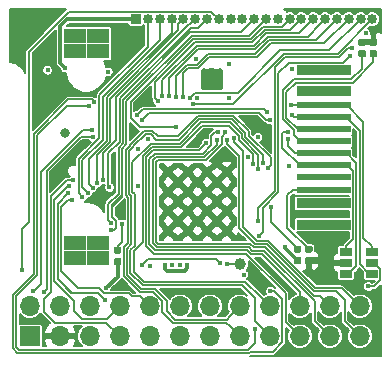
<source format=gbr>
G04 #@! TF.GenerationSoftware,KiCad,Pcbnew,5.1.4+dfsg1-1*
G04 #@! TF.CreationDate,2019-09-03T22:58:18+09:00*
G04 #@! TF.ProjectId,breadbee,62726561-6462-4656-952e-6b696361645f,rev?*
G04 #@! TF.SameCoordinates,Original*
G04 #@! TF.FileFunction,Copper,L4,Bot*
G04 #@! TF.FilePolarity,Positive*
%FSLAX46Y46*%
G04 Gerber Fmt 4.6, Leading zero omitted, Abs format (unit mm)*
G04 Created by KiCad (PCBNEW 5.1.4+dfsg1-1) date 2019-09-03 22:58:18*
%MOMM*%
%LPD*%
G04 APERTURE LIST*
%ADD10R,1.700000X1.700000*%
%ADD11O,1.700000X1.700000*%
%ADD12C,1.000000*%
%ADD13R,4.600000X0.810000*%
%ADD14R,4.600000X0.610000*%
%ADD15R,1.950000X1.250000*%
%ADD16C,0.150000*%
%ADD17C,1.850000*%
%ADD18C,0.500000*%
%ADD19R,1.060000X0.650000*%
%ADD20C,0.590000*%
%ADD21C,0.825000*%
%ADD22R,0.850000X0.850000*%
%ADD23O,0.850000X0.850000*%
%ADD24C,0.452400*%
%ADD25C,0.800000*%
%ADD26C,0.127000*%
%ADD27C,0.154500*%
%ADD28C,0.309000*%
%ADD29C,0.154000*%
G04 APERTURE END LIST*
D10*
X129000000Y-103000000D03*
D11*
X129000000Y-100460000D03*
X131540000Y-103000000D03*
X131540000Y-100460000D03*
X134080000Y-103000000D03*
X134080000Y-100460000D03*
X136620000Y-103000000D03*
X136620000Y-100460000D03*
X139160000Y-103000000D03*
X139160000Y-100460000D03*
X141700000Y-103000000D03*
X141700000Y-100460000D03*
X144240000Y-103000000D03*
X144240000Y-100460000D03*
X146780000Y-103000000D03*
X146780000Y-100460000D03*
X149320000Y-103000000D03*
X149320000Y-100460000D03*
X151860000Y-103000000D03*
X151860000Y-100460000D03*
X154400000Y-103000000D03*
X154400000Y-100460000D03*
X156940000Y-103000000D03*
X156940000Y-100460000D03*
D12*
X146814000Y-96884000D03*
D13*
X153860000Y-80450000D03*
X153860000Y-82250000D03*
D14*
X153860000Y-83430000D03*
X153860000Y-84450000D03*
X153860000Y-85470000D03*
X153860000Y-86490000D03*
X153860000Y-87510000D03*
X153860000Y-88530000D03*
X153860000Y-89550000D03*
X153860000Y-90570000D03*
D13*
X153860000Y-91750000D03*
X153860000Y-93550000D03*
D15*
X134780000Y-96380000D03*
X132820000Y-95120000D03*
X134780000Y-95120000D03*
X132820000Y-96380000D03*
X134780000Y-78870000D03*
X132820000Y-78870000D03*
X132820000Y-77600000D03*
X134780000Y-77600000D03*
D16*
G36*
X145099505Y-80326204D02*
G01*
X145123773Y-80329804D01*
X145147572Y-80335765D01*
X145170671Y-80344030D01*
X145192850Y-80354520D01*
X145213893Y-80367132D01*
X145233599Y-80381747D01*
X145251777Y-80398223D01*
X145268253Y-80416401D01*
X145282868Y-80436107D01*
X145295480Y-80457150D01*
X145305970Y-80479329D01*
X145314235Y-80502428D01*
X145320196Y-80526227D01*
X145323796Y-80550495D01*
X145325000Y-80574999D01*
X145325000Y-81925001D01*
X145323796Y-81949505D01*
X145320196Y-81973773D01*
X145314235Y-81997572D01*
X145305970Y-82020671D01*
X145295480Y-82042850D01*
X145282868Y-82063893D01*
X145268253Y-82083599D01*
X145251777Y-82101777D01*
X145233599Y-82118253D01*
X145213893Y-82132868D01*
X145192850Y-82145480D01*
X145170671Y-82155970D01*
X145147572Y-82164235D01*
X145123773Y-82170196D01*
X145099505Y-82173796D01*
X145075001Y-82175000D01*
X143724999Y-82175000D01*
X143700495Y-82173796D01*
X143676227Y-82170196D01*
X143652428Y-82164235D01*
X143629329Y-82155970D01*
X143607150Y-82145480D01*
X143586107Y-82132868D01*
X143566401Y-82118253D01*
X143548223Y-82101777D01*
X143531747Y-82083599D01*
X143517132Y-82063893D01*
X143504520Y-82042850D01*
X143494030Y-82020671D01*
X143485765Y-81997572D01*
X143479804Y-81973773D01*
X143476204Y-81949505D01*
X143475000Y-81925001D01*
X143475000Y-80574999D01*
X143476204Y-80550495D01*
X143479804Y-80526227D01*
X143485765Y-80502428D01*
X143494030Y-80479329D01*
X143504520Y-80457150D01*
X143517132Y-80436107D01*
X143531747Y-80416401D01*
X143548223Y-80398223D01*
X143566401Y-80381747D01*
X143586107Y-80367132D01*
X143607150Y-80354520D01*
X143629329Y-80344030D01*
X143652428Y-80335765D01*
X143676227Y-80329804D01*
X143700495Y-80326204D01*
X143724999Y-80325000D01*
X145075001Y-80325000D01*
X145099505Y-80326204D01*
X145099505Y-80326204D01*
G37*
D17*
X144400000Y-81250000D03*
D18*
X145075000Y-81925000D03*
X143725000Y-81925000D03*
X145075000Y-80575000D03*
X143725000Y-80575000D03*
D19*
X157945000Y-96770000D03*
X157945000Y-97720000D03*
X157945000Y-95820000D03*
X155745000Y-95820000D03*
X155745000Y-96770000D03*
X155745000Y-97720000D03*
D16*
G36*
X157316958Y-77800710D02*
G01*
X157331276Y-77802834D01*
X157345317Y-77806351D01*
X157358946Y-77811228D01*
X157372031Y-77817417D01*
X157384447Y-77824858D01*
X157396073Y-77833481D01*
X157406798Y-77843202D01*
X157416519Y-77853927D01*
X157425142Y-77865553D01*
X157432583Y-77877969D01*
X157438772Y-77891054D01*
X157443649Y-77904683D01*
X157447166Y-77918724D01*
X157449290Y-77933042D01*
X157450000Y-77947500D01*
X157450000Y-78242500D01*
X157449290Y-78256958D01*
X157447166Y-78271276D01*
X157443649Y-78285317D01*
X157438772Y-78298946D01*
X157432583Y-78312031D01*
X157425142Y-78324447D01*
X157416519Y-78336073D01*
X157406798Y-78346798D01*
X157396073Y-78356519D01*
X157384447Y-78365142D01*
X157372031Y-78372583D01*
X157358946Y-78378772D01*
X157345317Y-78383649D01*
X157331276Y-78387166D01*
X157316958Y-78389290D01*
X157302500Y-78390000D01*
X156957500Y-78390000D01*
X156943042Y-78389290D01*
X156928724Y-78387166D01*
X156914683Y-78383649D01*
X156901054Y-78378772D01*
X156887969Y-78372583D01*
X156875553Y-78365142D01*
X156863927Y-78356519D01*
X156853202Y-78346798D01*
X156843481Y-78336073D01*
X156834858Y-78324447D01*
X156827417Y-78312031D01*
X156821228Y-78298946D01*
X156816351Y-78285317D01*
X156812834Y-78271276D01*
X156810710Y-78256958D01*
X156810000Y-78242500D01*
X156810000Y-77947500D01*
X156810710Y-77933042D01*
X156812834Y-77918724D01*
X156816351Y-77904683D01*
X156821228Y-77891054D01*
X156827417Y-77877969D01*
X156834858Y-77865553D01*
X156843481Y-77853927D01*
X156853202Y-77843202D01*
X156863927Y-77833481D01*
X156875553Y-77824858D01*
X156887969Y-77817417D01*
X156901054Y-77811228D01*
X156914683Y-77806351D01*
X156928724Y-77802834D01*
X156943042Y-77800710D01*
X156957500Y-77800000D01*
X157302500Y-77800000D01*
X157316958Y-77800710D01*
X157316958Y-77800710D01*
G37*
D20*
X157130000Y-78095000D03*
D16*
G36*
X157316958Y-78770710D02*
G01*
X157331276Y-78772834D01*
X157345317Y-78776351D01*
X157358946Y-78781228D01*
X157372031Y-78787417D01*
X157384447Y-78794858D01*
X157396073Y-78803481D01*
X157406798Y-78813202D01*
X157416519Y-78823927D01*
X157425142Y-78835553D01*
X157432583Y-78847969D01*
X157438772Y-78861054D01*
X157443649Y-78874683D01*
X157447166Y-78888724D01*
X157449290Y-78903042D01*
X157450000Y-78917500D01*
X157450000Y-79212500D01*
X157449290Y-79226958D01*
X157447166Y-79241276D01*
X157443649Y-79255317D01*
X157438772Y-79268946D01*
X157432583Y-79282031D01*
X157425142Y-79294447D01*
X157416519Y-79306073D01*
X157406798Y-79316798D01*
X157396073Y-79326519D01*
X157384447Y-79335142D01*
X157372031Y-79342583D01*
X157358946Y-79348772D01*
X157345317Y-79353649D01*
X157331276Y-79357166D01*
X157316958Y-79359290D01*
X157302500Y-79360000D01*
X156957500Y-79360000D01*
X156943042Y-79359290D01*
X156928724Y-79357166D01*
X156914683Y-79353649D01*
X156901054Y-79348772D01*
X156887969Y-79342583D01*
X156875553Y-79335142D01*
X156863927Y-79326519D01*
X156853202Y-79316798D01*
X156843481Y-79306073D01*
X156834858Y-79294447D01*
X156827417Y-79282031D01*
X156821228Y-79268946D01*
X156816351Y-79255317D01*
X156812834Y-79241276D01*
X156810710Y-79226958D01*
X156810000Y-79212500D01*
X156810000Y-78917500D01*
X156810710Y-78903042D01*
X156812834Y-78888724D01*
X156816351Y-78874683D01*
X156821228Y-78861054D01*
X156827417Y-78847969D01*
X156834858Y-78835553D01*
X156843481Y-78823927D01*
X156853202Y-78813202D01*
X156863927Y-78803481D01*
X156875553Y-78794858D01*
X156887969Y-78787417D01*
X156901054Y-78781228D01*
X156914683Y-78776351D01*
X156928724Y-78772834D01*
X156943042Y-78770710D01*
X156957500Y-78770000D01*
X157302500Y-78770000D01*
X157316958Y-78770710D01*
X157316958Y-78770710D01*
G37*
D20*
X157130000Y-79065000D03*
D16*
G36*
X158256958Y-78770710D02*
G01*
X158271276Y-78772834D01*
X158285317Y-78776351D01*
X158298946Y-78781228D01*
X158312031Y-78787417D01*
X158324447Y-78794858D01*
X158336073Y-78803481D01*
X158346798Y-78813202D01*
X158356519Y-78823927D01*
X158365142Y-78835553D01*
X158372583Y-78847969D01*
X158378772Y-78861054D01*
X158383649Y-78874683D01*
X158387166Y-78888724D01*
X158389290Y-78903042D01*
X158390000Y-78917500D01*
X158390000Y-79212500D01*
X158389290Y-79226958D01*
X158387166Y-79241276D01*
X158383649Y-79255317D01*
X158378772Y-79268946D01*
X158372583Y-79282031D01*
X158365142Y-79294447D01*
X158356519Y-79306073D01*
X158346798Y-79316798D01*
X158336073Y-79326519D01*
X158324447Y-79335142D01*
X158312031Y-79342583D01*
X158298946Y-79348772D01*
X158285317Y-79353649D01*
X158271276Y-79357166D01*
X158256958Y-79359290D01*
X158242500Y-79360000D01*
X157897500Y-79360000D01*
X157883042Y-79359290D01*
X157868724Y-79357166D01*
X157854683Y-79353649D01*
X157841054Y-79348772D01*
X157827969Y-79342583D01*
X157815553Y-79335142D01*
X157803927Y-79326519D01*
X157793202Y-79316798D01*
X157783481Y-79306073D01*
X157774858Y-79294447D01*
X157767417Y-79282031D01*
X157761228Y-79268946D01*
X157756351Y-79255317D01*
X157752834Y-79241276D01*
X157750710Y-79226958D01*
X157750000Y-79212500D01*
X157750000Y-78917500D01*
X157750710Y-78903042D01*
X157752834Y-78888724D01*
X157756351Y-78874683D01*
X157761228Y-78861054D01*
X157767417Y-78847969D01*
X157774858Y-78835553D01*
X157783481Y-78823927D01*
X157793202Y-78813202D01*
X157803927Y-78803481D01*
X157815553Y-78794858D01*
X157827969Y-78787417D01*
X157841054Y-78781228D01*
X157854683Y-78776351D01*
X157868724Y-78772834D01*
X157883042Y-78770710D01*
X157897500Y-78770000D01*
X158242500Y-78770000D01*
X158256958Y-78770710D01*
X158256958Y-78770710D01*
G37*
D20*
X158070000Y-79065000D03*
D16*
G36*
X158256958Y-77800710D02*
G01*
X158271276Y-77802834D01*
X158285317Y-77806351D01*
X158298946Y-77811228D01*
X158312031Y-77817417D01*
X158324447Y-77824858D01*
X158336073Y-77833481D01*
X158346798Y-77843202D01*
X158356519Y-77853927D01*
X158365142Y-77865553D01*
X158372583Y-77877969D01*
X158378772Y-77891054D01*
X158383649Y-77904683D01*
X158387166Y-77918724D01*
X158389290Y-77933042D01*
X158390000Y-77947500D01*
X158390000Y-78242500D01*
X158389290Y-78256958D01*
X158387166Y-78271276D01*
X158383649Y-78285317D01*
X158378772Y-78298946D01*
X158372583Y-78312031D01*
X158365142Y-78324447D01*
X158356519Y-78336073D01*
X158346798Y-78346798D01*
X158336073Y-78356519D01*
X158324447Y-78365142D01*
X158312031Y-78372583D01*
X158298946Y-78378772D01*
X158285317Y-78383649D01*
X158271276Y-78387166D01*
X158256958Y-78389290D01*
X158242500Y-78390000D01*
X157897500Y-78390000D01*
X157883042Y-78389290D01*
X157868724Y-78387166D01*
X157854683Y-78383649D01*
X157841054Y-78378772D01*
X157827969Y-78372583D01*
X157815553Y-78365142D01*
X157803927Y-78356519D01*
X157793202Y-78346798D01*
X157783481Y-78336073D01*
X157774858Y-78324447D01*
X157767417Y-78312031D01*
X157761228Y-78298946D01*
X157756351Y-78285317D01*
X157752834Y-78271276D01*
X157750710Y-78256958D01*
X157750000Y-78242500D01*
X157750000Y-77947500D01*
X157750710Y-77933042D01*
X157752834Y-77918724D01*
X157756351Y-77904683D01*
X157761228Y-77891054D01*
X157767417Y-77877969D01*
X157774858Y-77865553D01*
X157783481Y-77853927D01*
X157793202Y-77843202D01*
X157803927Y-77833481D01*
X157815553Y-77824858D01*
X157827969Y-77817417D01*
X157841054Y-77811228D01*
X157854683Y-77806351D01*
X157868724Y-77802834D01*
X157883042Y-77800710D01*
X157897500Y-77800000D01*
X158242500Y-77800000D01*
X158256958Y-77800710D01*
X158256958Y-77800710D01*
G37*
D20*
X158070000Y-78095000D03*
D16*
G36*
X152796958Y-95320710D02*
G01*
X152811276Y-95322834D01*
X152825317Y-95326351D01*
X152838946Y-95331228D01*
X152852031Y-95337417D01*
X152864447Y-95344858D01*
X152876073Y-95353481D01*
X152886798Y-95363202D01*
X152896519Y-95373927D01*
X152905142Y-95385553D01*
X152912583Y-95397969D01*
X152918772Y-95411054D01*
X152923649Y-95424683D01*
X152927166Y-95438724D01*
X152929290Y-95453042D01*
X152930000Y-95467500D01*
X152930000Y-95762500D01*
X152929290Y-95776958D01*
X152927166Y-95791276D01*
X152923649Y-95805317D01*
X152918772Y-95818946D01*
X152912583Y-95832031D01*
X152905142Y-95844447D01*
X152896519Y-95856073D01*
X152886798Y-95866798D01*
X152876073Y-95876519D01*
X152864447Y-95885142D01*
X152852031Y-95892583D01*
X152838946Y-95898772D01*
X152825317Y-95903649D01*
X152811276Y-95907166D01*
X152796958Y-95909290D01*
X152782500Y-95910000D01*
X152437500Y-95910000D01*
X152423042Y-95909290D01*
X152408724Y-95907166D01*
X152394683Y-95903649D01*
X152381054Y-95898772D01*
X152367969Y-95892583D01*
X152355553Y-95885142D01*
X152343927Y-95876519D01*
X152333202Y-95866798D01*
X152323481Y-95856073D01*
X152314858Y-95844447D01*
X152307417Y-95832031D01*
X152301228Y-95818946D01*
X152296351Y-95805317D01*
X152292834Y-95791276D01*
X152290710Y-95776958D01*
X152290000Y-95762500D01*
X152290000Y-95467500D01*
X152290710Y-95453042D01*
X152292834Y-95438724D01*
X152296351Y-95424683D01*
X152301228Y-95411054D01*
X152307417Y-95397969D01*
X152314858Y-95385553D01*
X152323481Y-95373927D01*
X152333202Y-95363202D01*
X152343927Y-95353481D01*
X152355553Y-95344858D01*
X152367969Y-95337417D01*
X152381054Y-95331228D01*
X152394683Y-95326351D01*
X152408724Y-95322834D01*
X152423042Y-95320710D01*
X152437500Y-95320000D01*
X152782500Y-95320000D01*
X152796958Y-95320710D01*
X152796958Y-95320710D01*
G37*
D20*
X152610000Y-95615000D03*
D16*
G36*
X152796958Y-96290710D02*
G01*
X152811276Y-96292834D01*
X152825317Y-96296351D01*
X152838946Y-96301228D01*
X152852031Y-96307417D01*
X152864447Y-96314858D01*
X152876073Y-96323481D01*
X152886798Y-96333202D01*
X152896519Y-96343927D01*
X152905142Y-96355553D01*
X152912583Y-96367969D01*
X152918772Y-96381054D01*
X152923649Y-96394683D01*
X152927166Y-96408724D01*
X152929290Y-96423042D01*
X152930000Y-96437500D01*
X152930000Y-96732500D01*
X152929290Y-96746958D01*
X152927166Y-96761276D01*
X152923649Y-96775317D01*
X152918772Y-96788946D01*
X152912583Y-96802031D01*
X152905142Y-96814447D01*
X152896519Y-96826073D01*
X152886798Y-96836798D01*
X152876073Y-96846519D01*
X152864447Y-96855142D01*
X152852031Y-96862583D01*
X152838946Y-96868772D01*
X152825317Y-96873649D01*
X152811276Y-96877166D01*
X152796958Y-96879290D01*
X152782500Y-96880000D01*
X152437500Y-96880000D01*
X152423042Y-96879290D01*
X152408724Y-96877166D01*
X152394683Y-96873649D01*
X152381054Y-96868772D01*
X152367969Y-96862583D01*
X152355553Y-96855142D01*
X152343927Y-96846519D01*
X152333202Y-96836798D01*
X152323481Y-96826073D01*
X152314858Y-96814447D01*
X152307417Y-96802031D01*
X152301228Y-96788946D01*
X152296351Y-96775317D01*
X152292834Y-96761276D01*
X152290710Y-96746958D01*
X152290000Y-96732500D01*
X152290000Y-96437500D01*
X152290710Y-96423042D01*
X152292834Y-96408724D01*
X152296351Y-96394683D01*
X152301228Y-96381054D01*
X152307417Y-96367969D01*
X152314858Y-96355553D01*
X152323481Y-96343927D01*
X152333202Y-96333202D01*
X152343927Y-96323481D01*
X152355553Y-96314858D01*
X152367969Y-96307417D01*
X152381054Y-96301228D01*
X152394683Y-96296351D01*
X152408724Y-96292834D01*
X152423042Y-96290710D01*
X152437500Y-96290000D01*
X152782500Y-96290000D01*
X152796958Y-96290710D01*
X152796958Y-96290710D01*
G37*
D20*
X152610000Y-96585000D03*
D21*
X140715000Y-94065000D03*
X142365000Y-94065000D03*
X144015000Y-94065000D03*
X145665000Y-94065000D03*
X140715000Y-92415000D03*
X142365000Y-92415000D03*
X144015000Y-92415000D03*
X145665000Y-92415000D03*
X140715000Y-90765000D03*
X142365000Y-90765000D03*
X144015000Y-90765000D03*
X145665000Y-90765000D03*
X140715000Y-89115000D03*
X142365000Y-89115000D03*
X144015000Y-89115000D03*
X145665000Y-89115000D03*
D22*
X137990000Y-76140000D03*
D23*
X138990000Y-76140000D03*
X139990000Y-76140000D03*
X140990000Y-76140000D03*
X141990000Y-76140000D03*
X142990000Y-76140000D03*
X143990000Y-76140000D03*
X144990000Y-76140000D03*
X145990000Y-76140000D03*
X146990000Y-76140000D03*
X147990000Y-76140000D03*
X148990000Y-76140000D03*
X149990000Y-76140000D03*
X150990000Y-76140000D03*
X151990000Y-76140000D03*
X152990000Y-76140000D03*
X153990000Y-76140000D03*
X154990000Y-76140000D03*
X155990000Y-76140000D03*
X156990000Y-76140000D03*
X157990000Y-76140000D03*
D16*
G36*
X136606958Y-96380710D02*
G01*
X136621276Y-96382834D01*
X136635317Y-96386351D01*
X136648946Y-96391228D01*
X136662031Y-96397417D01*
X136674447Y-96404858D01*
X136686073Y-96413481D01*
X136696798Y-96423202D01*
X136706519Y-96433927D01*
X136715142Y-96445553D01*
X136722583Y-96457969D01*
X136728772Y-96471054D01*
X136733649Y-96484683D01*
X136737166Y-96498724D01*
X136739290Y-96513042D01*
X136740000Y-96527500D01*
X136740000Y-96822500D01*
X136739290Y-96836958D01*
X136737166Y-96851276D01*
X136733649Y-96865317D01*
X136728772Y-96878946D01*
X136722583Y-96892031D01*
X136715142Y-96904447D01*
X136706519Y-96916073D01*
X136696798Y-96926798D01*
X136686073Y-96936519D01*
X136674447Y-96945142D01*
X136662031Y-96952583D01*
X136648946Y-96958772D01*
X136635317Y-96963649D01*
X136621276Y-96967166D01*
X136606958Y-96969290D01*
X136592500Y-96970000D01*
X136247500Y-96970000D01*
X136233042Y-96969290D01*
X136218724Y-96967166D01*
X136204683Y-96963649D01*
X136191054Y-96958772D01*
X136177969Y-96952583D01*
X136165553Y-96945142D01*
X136153927Y-96936519D01*
X136143202Y-96926798D01*
X136133481Y-96916073D01*
X136124858Y-96904447D01*
X136117417Y-96892031D01*
X136111228Y-96878946D01*
X136106351Y-96865317D01*
X136102834Y-96851276D01*
X136100710Y-96836958D01*
X136100000Y-96822500D01*
X136100000Y-96527500D01*
X136100710Y-96513042D01*
X136102834Y-96498724D01*
X136106351Y-96484683D01*
X136111228Y-96471054D01*
X136117417Y-96457969D01*
X136124858Y-96445553D01*
X136133481Y-96433927D01*
X136143202Y-96423202D01*
X136153927Y-96413481D01*
X136165553Y-96404858D01*
X136177969Y-96397417D01*
X136191054Y-96391228D01*
X136204683Y-96386351D01*
X136218724Y-96382834D01*
X136233042Y-96380710D01*
X136247500Y-96380000D01*
X136592500Y-96380000D01*
X136606958Y-96380710D01*
X136606958Y-96380710D01*
G37*
D20*
X136420000Y-96675000D03*
D16*
G36*
X136606958Y-95410710D02*
G01*
X136621276Y-95412834D01*
X136635317Y-95416351D01*
X136648946Y-95421228D01*
X136662031Y-95427417D01*
X136674447Y-95434858D01*
X136686073Y-95443481D01*
X136696798Y-95453202D01*
X136706519Y-95463927D01*
X136715142Y-95475553D01*
X136722583Y-95487969D01*
X136728772Y-95501054D01*
X136733649Y-95514683D01*
X136737166Y-95528724D01*
X136739290Y-95543042D01*
X136740000Y-95557500D01*
X136740000Y-95852500D01*
X136739290Y-95866958D01*
X136737166Y-95881276D01*
X136733649Y-95895317D01*
X136728772Y-95908946D01*
X136722583Y-95922031D01*
X136715142Y-95934447D01*
X136706519Y-95946073D01*
X136696798Y-95956798D01*
X136686073Y-95966519D01*
X136674447Y-95975142D01*
X136662031Y-95982583D01*
X136648946Y-95988772D01*
X136635317Y-95993649D01*
X136621276Y-95997166D01*
X136606958Y-95999290D01*
X136592500Y-96000000D01*
X136247500Y-96000000D01*
X136233042Y-95999290D01*
X136218724Y-95997166D01*
X136204683Y-95993649D01*
X136191054Y-95988772D01*
X136177969Y-95982583D01*
X136165553Y-95975142D01*
X136153927Y-95966519D01*
X136143202Y-95956798D01*
X136133481Y-95946073D01*
X136124858Y-95934447D01*
X136117417Y-95922031D01*
X136111228Y-95908946D01*
X136106351Y-95895317D01*
X136102834Y-95881276D01*
X136100710Y-95866958D01*
X136100000Y-95852500D01*
X136100000Y-95557500D01*
X136100710Y-95543042D01*
X136102834Y-95528724D01*
X136106351Y-95514683D01*
X136111228Y-95501054D01*
X136117417Y-95487969D01*
X136124858Y-95475553D01*
X136133481Y-95463927D01*
X136143202Y-95453202D01*
X136153927Y-95443481D01*
X136165553Y-95434858D01*
X136177969Y-95427417D01*
X136191054Y-95421228D01*
X136204683Y-95416351D01*
X136218724Y-95412834D01*
X136233042Y-95410710D01*
X136247500Y-95410000D01*
X136592500Y-95410000D01*
X136606958Y-95410710D01*
X136606958Y-95410710D01*
G37*
D20*
X136420000Y-95705000D03*
D16*
G36*
X151856958Y-96290710D02*
G01*
X151871276Y-96292834D01*
X151885317Y-96296351D01*
X151898946Y-96301228D01*
X151912031Y-96307417D01*
X151924447Y-96314858D01*
X151936073Y-96323481D01*
X151946798Y-96333202D01*
X151956519Y-96343927D01*
X151965142Y-96355553D01*
X151972583Y-96367969D01*
X151978772Y-96381054D01*
X151983649Y-96394683D01*
X151987166Y-96408724D01*
X151989290Y-96423042D01*
X151990000Y-96437500D01*
X151990000Y-96732500D01*
X151989290Y-96746958D01*
X151987166Y-96761276D01*
X151983649Y-96775317D01*
X151978772Y-96788946D01*
X151972583Y-96802031D01*
X151965142Y-96814447D01*
X151956519Y-96826073D01*
X151946798Y-96836798D01*
X151936073Y-96846519D01*
X151924447Y-96855142D01*
X151912031Y-96862583D01*
X151898946Y-96868772D01*
X151885317Y-96873649D01*
X151871276Y-96877166D01*
X151856958Y-96879290D01*
X151842500Y-96880000D01*
X151497500Y-96880000D01*
X151483042Y-96879290D01*
X151468724Y-96877166D01*
X151454683Y-96873649D01*
X151441054Y-96868772D01*
X151427969Y-96862583D01*
X151415553Y-96855142D01*
X151403927Y-96846519D01*
X151393202Y-96836798D01*
X151383481Y-96826073D01*
X151374858Y-96814447D01*
X151367417Y-96802031D01*
X151361228Y-96788946D01*
X151356351Y-96775317D01*
X151352834Y-96761276D01*
X151350710Y-96746958D01*
X151350000Y-96732500D01*
X151350000Y-96437500D01*
X151350710Y-96423042D01*
X151352834Y-96408724D01*
X151356351Y-96394683D01*
X151361228Y-96381054D01*
X151367417Y-96367969D01*
X151374858Y-96355553D01*
X151383481Y-96343927D01*
X151393202Y-96333202D01*
X151403927Y-96323481D01*
X151415553Y-96314858D01*
X151427969Y-96307417D01*
X151441054Y-96301228D01*
X151454683Y-96296351D01*
X151468724Y-96292834D01*
X151483042Y-96290710D01*
X151497500Y-96290000D01*
X151842500Y-96290000D01*
X151856958Y-96290710D01*
X151856958Y-96290710D01*
G37*
D20*
X151670000Y-96585000D03*
D16*
G36*
X151856958Y-95320710D02*
G01*
X151871276Y-95322834D01*
X151885317Y-95326351D01*
X151898946Y-95331228D01*
X151912031Y-95337417D01*
X151924447Y-95344858D01*
X151936073Y-95353481D01*
X151946798Y-95363202D01*
X151956519Y-95373927D01*
X151965142Y-95385553D01*
X151972583Y-95397969D01*
X151978772Y-95411054D01*
X151983649Y-95424683D01*
X151987166Y-95438724D01*
X151989290Y-95453042D01*
X151990000Y-95467500D01*
X151990000Y-95762500D01*
X151989290Y-95776958D01*
X151987166Y-95791276D01*
X151983649Y-95805317D01*
X151978772Y-95818946D01*
X151972583Y-95832031D01*
X151965142Y-95844447D01*
X151956519Y-95856073D01*
X151946798Y-95866798D01*
X151936073Y-95876519D01*
X151924447Y-95885142D01*
X151912031Y-95892583D01*
X151898946Y-95898772D01*
X151885317Y-95903649D01*
X151871276Y-95907166D01*
X151856958Y-95909290D01*
X151842500Y-95910000D01*
X151497500Y-95910000D01*
X151483042Y-95909290D01*
X151468724Y-95907166D01*
X151454683Y-95903649D01*
X151441054Y-95898772D01*
X151427969Y-95892583D01*
X151415553Y-95885142D01*
X151403927Y-95876519D01*
X151393202Y-95866798D01*
X151383481Y-95856073D01*
X151374858Y-95844447D01*
X151367417Y-95832031D01*
X151361228Y-95818946D01*
X151356351Y-95805317D01*
X151352834Y-95791276D01*
X151350710Y-95776958D01*
X151350000Y-95762500D01*
X151350000Y-95467500D01*
X151350710Y-95453042D01*
X151352834Y-95438724D01*
X151356351Y-95424683D01*
X151361228Y-95411054D01*
X151367417Y-95397969D01*
X151374858Y-95385553D01*
X151383481Y-95373927D01*
X151393202Y-95363202D01*
X151403927Y-95353481D01*
X151415553Y-95344858D01*
X151427969Y-95337417D01*
X151441054Y-95331228D01*
X151454683Y-95326351D01*
X151468724Y-95322834D01*
X151483042Y-95320710D01*
X151497500Y-95320000D01*
X151842500Y-95320000D01*
X151856958Y-95320710D01*
X151856958Y-95320710D01*
G37*
D20*
X151670000Y-95615000D03*
D24*
X151125442Y-83395587D03*
X151168325Y-84292744D03*
X150812571Y-86287408D03*
X150814500Y-85708000D03*
D25*
X131977002Y-88300000D03*
D24*
X135640000Y-80000000D03*
X158080000Y-77380000D03*
X153460000Y-96500000D03*
X152310000Y-92650000D03*
X136433862Y-92658642D03*
X128400000Y-77200000D03*
X147290000Y-84740000D03*
X156513290Y-87000000D03*
X136950004Y-98570000D03*
X145520000Y-99169999D03*
X138227572Y-83078029D03*
X137854715Y-85522164D03*
X140570000Y-99270000D03*
X148338000Y-97900000D03*
X150624000Y-98662000D03*
X158498000Y-104504000D03*
X149212820Y-86900438D03*
X136074434Y-89919494D03*
X144040000Y-85605274D03*
X150620000Y-95440000D03*
X150900000Y-88590000D03*
X157640000Y-98770000D03*
X157414375Y-77324375D03*
X135632824Y-80612111D03*
X138165938Y-87125851D03*
X131960000Y-80260000D03*
X148311447Y-86150255D03*
X135450000Y-98920000D03*
X141670597Y-96950000D03*
X147110811Y-97786645D03*
X151206798Y-80330000D03*
X141030000Y-96950000D03*
X139204246Y-97005462D03*
X139017912Y-86299380D03*
X138129241Y-90284550D03*
X147480000Y-87790000D03*
X130489382Y-80460618D03*
X140420000Y-96950000D03*
X142340000Y-96930000D03*
X145819382Y-79919382D03*
X143139948Y-82850052D03*
D25*
X131992997Y-85822969D03*
D24*
X143029381Y-79479383D03*
X145889999Y-82850001D03*
X148020000Y-102400000D03*
X133990312Y-83497138D03*
X134456788Y-83153454D03*
X149354000Y-99170000D03*
X149320000Y-84660000D03*
X134298602Y-86097370D03*
X138522466Y-84641929D03*
X130185617Y-99215619D03*
X134290000Y-85510000D03*
X138070000Y-84280000D03*
X149039990Y-84010010D03*
X129290000Y-99200000D03*
X132610000Y-89800000D03*
X132274378Y-90283240D03*
X135320500Y-99932000D03*
X132253529Y-90862277D03*
X132526504Y-91486500D03*
X149151206Y-88751332D03*
X148762464Y-88321684D03*
X148272582Y-88828306D03*
X147901553Y-88383272D03*
X146248188Y-86203492D03*
X145659587Y-86339274D03*
X145529056Y-85719683D03*
X144798662Y-86382368D03*
X144950000Y-85740000D03*
X143929784Y-86636909D03*
X149400000Y-92090000D03*
X136760000Y-93490000D03*
X135724401Y-90393146D03*
X135213522Y-89729235D03*
X134706272Y-90009263D03*
X134308932Y-90430974D03*
X133914007Y-90854946D03*
X133446595Y-91197355D03*
X145111375Y-96751769D03*
X138450000Y-96930000D03*
X128370000Y-97380000D03*
X135828987Y-93383589D03*
X135828500Y-93963000D03*
X142794849Y-83336818D03*
X142526573Y-82823256D03*
X141952684Y-82743445D03*
X141375513Y-82692539D03*
X140797851Y-82647543D03*
X140206182Y-82642393D03*
X139824162Y-83078029D03*
X141396221Y-85289988D03*
X148300000Y-93250000D03*
X156250000Y-78610030D03*
X156080000Y-79240000D03*
X148391209Y-94474900D03*
X145670230Y-96904730D03*
D26*
X157945000Y-95368000D02*
X157945000Y-95820000D01*
X157234490Y-94657490D02*
X157945000Y-95368000D01*
X157234490Y-84809490D02*
X157234490Y-94657490D01*
X155855000Y-83430000D02*
X157234490Y-84809490D01*
X153860000Y-83430000D02*
X155855000Y-83430000D01*
D27*
X153860000Y-83430000D02*
X151159855Y-83430000D01*
X151159855Y-83430000D02*
X151125442Y-83395587D01*
X153860000Y-84450000D02*
X151325581Y-84450000D01*
X151325581Y-84450000D02*
X151168325Y-84292744D01*
D26*
X157740000Y-97720000D02*
X157945000Y-97720000D01*
X155787902Y-84450000D02*
X156930000Y-85592098D01*
X156930000Y-96910000D02*
X157740000Y-97720000D01*
X153860000Y-84450000D02*
X155787902Y-84450000D01*
X156930000Y-85592098D02*
X156930000Y-96910000D01*
D27*
X156640000Y-97030000D02*
X156640000Y-88295000D01*
X155855000Y-87510000D02*
X153860000Y-87510000D01*
X155745000Y-97720000D02*
X155950000Y-97720000D01*
X156640000Y-88295000D02*
X155855000Y-87510000D01*
X155950000Y-97720000D02*
X156640000Y-97030000D01*
X150812571Y-86917071D02*
X150812571Y-86287408D01*
X151405500Y-87510000D02*
X150812571Y-86917071D01*
X153860000Y-87510000D02*
X151405500Y-87510000D01*
D26*
X155745000Y-95368000D02*
X155745000Y-95820000D01*
X156350501Y-89025501D02*
X156350501Y-94762499D01*
X156350501Y-94762499D02*
X155745000Y-95368000D01*
X155855000Y-88530000D02*
X156350501Y-89025501D01*
X153860000Y-88530000D02*
X155855000Y-88530000D01*
D27*
X150494605Y-85708000D02*
X150814500Y-85708000D01*
X150382120Y-85820485D02*
X150494605Y-85708000D01*
X150382120Y-87047120D02*
X150382120Y-85820485D01*
X151865000Y-88530000D02*
X150382120Y-87047120D01*
X153860000Y-88530000D02*
X151865000Y-88530000D01*
X150780000Y-93785000D02*
X150780000Y-91070000D01*
X152610000Y-95615000D02*
X150780000Y-93785000D01*
X151280000Y-90570000D02*
X153860000Y-90570000D01*
X150780000Y-91070000D02*
X151280000Y-90570000D01*
D28*
X157130000Y-78095000D02*
X158070000Y-78095000D01*
X158070000Y-78095000D02*
X158070000Y-77390000D01*
X158070000Y-77390000D02*
X158080000Y-77380000D01*
X150620000Y-95535000D02*
X150620000Y-95440000D01*
X151670000Y-96585000D02*
X150620000Y-95535000D01*
D27*
X158150000Y-96770000D02*
X157945000Y-96770000D01*
X158679251Y-97299251D02*
X158150000Y-96770000D01*
X158679251Y-98208401D02*
X158679251Y-97299251D01*
X158117652Y-98770000D02*
X158679251Y-98208401D01*
X157640000Y-98770000D02*
X158117652Y-98770000D01*
D28*
X132173298Y-76140000D02*
X131553801Y-76759497D01*
X131553801Y-79853801D02*
X131960000Y-80260000D01*
X137990000Y-76140000D02*
X132173298Y-76140000D01*
X131553801Y-76759497D02*
X131553801Y-79853801D01*
X136420000Y-96675000D02*
X136420000Y-97950000D01*
X136420000Y-97950000D02*
X135450000Y-98920000D01*
X140420000Y-97269895D02*
X140607806Y-97457701D01*
X140420000Y-96950000D02*
X140420000Y-97269895D01*
X142132194Y-97457701D02*
X140607806Y-97457701D01*
X142340000Y-97249895D02*
X142132194Y-97457701D01*
X142340000Y-96930000D02*
X142340000Y-97249895D01*
D27*
X148020000Y-103540000D02*
X148020000Y-102400000D01*
X127831511Y-99606605D02*
X127831511Y-103899163D01*
X132116797Y-83497138D02*
X129626980Y-85986955D01*
X129626980Y-85986955D02*
X129626979Y-97811137D01*
X133990312Y-83497138D02*
X132116797Y-83497138D01*
X128062348Y-104130000D02*
X147430000Y-104130000D01*
X129626979Y-97811137D02*
X127831511Y-99606605D01*
X127831511Y-103899163D02*
X128062348Y-104130000D01*
X147430000Y-104130000D02*
X148020000Y-103540000D01*
X129345469Y-97694531D02*
X127550000Y-99490000D01*
X134456788Y-83153454D02*
X134230589Y-82927255D01*
X134230589Y-82927255D02*
X132253951Y-82927255D01*
X132253951Y-82927255D02*
X129345469Y-85835737D01*
X129345469Y-85835737D02*
X129345469Y-97694531D01*
X147546606Y-104411510D02*
X147618116Y-104340000D01*
X127921510Y-104411510D02*
X147546606Y-104411510D01*
X149673895Y-99170000D02*
X149354000Y-99170000D01*
X150374251Y-103506041D02*
X150374251Y-99870356D01*
X149540292Y-104340000D02*
X150374251Y-103506041D01*
X150374251Y-99870356D02*
X149673895Y-99170000D01*
X147618116Y-104340000D02*
X149540292Y-104340000D01*
X127921510Y-104387276D02*
X127921510Y-104411510D01*
X127550000Y-104015766D02*
X127921510Y-104387276D01*
X127550000Y-99490000D02*
X127550000Y-104015766D01*
X149320000Y-84660000D02*
X149000105Y-84660000D01*
X148388885Y-84048780D02*
X139115615Y-84048780D01*
X139115615Y-84048780D02*
X138522466Y-84641929D01*
X149000105Y-84660000D02*
X148388885Y-84048780D01*
X134298602Y-86097370D02*
X133285340Y-86097370D01*
X133285340Y-86097370D02*
X130411816Y-88970894D01*
X130411816Y-98989420D02*
X130185617Y-99215619D01*
X130411816Y-88970894D02*
X130411816Y-98989420D01*
X138070000Y-84280000D02*
X138582731Y-83767269D01*
X148797249Y-83767269D02*
X149039990Y-84010010D01*
X138582731Y-83767269D02*
X148797249Y-83767269D01*
X129908489Y-98581511D02*
X129516199Y-98973801D01*
X134290000Y-85510000D02*
X133474595Y-85510000D01*
X129516199Y-98973801D02*
X129290000Y-99200000D01*
X133474595Y-85510000D02*
X129908489Y-89076106D01*
X129908489Y-89076106D02*
X129908489Y-98581511D01*
X135470000Y-101850000D02*
X136620000Y-103000000D01*
X131100000Y-101850000D02*
X135470000Y-101850000D01*
X132120550Y-89800000D02*
X130788490Y-91132060D01*
X132610000Y-89800000D02*
X132120550Y-89800000D01*
X130788490Y-99221510D02*
X130200000Y-99810000D01*
X130788490Y-91132060D02*
X130788490Y-99221510D01*
X130200000Y-99810000D02*
X130200000Y-100950000D01*
X130200000Y-100950000D02*
X131100000Y-101850000D01*
X132203690Y-90283240D02*
X132274378Y-90283240D01*
X131070000Y-91416930D02*
X132203690Y-90283240D01*
X135520000Y-101560000D02*
X133440000Y-101560000D01*
X132760000Y-100880000D02*
X132760000Y-99986232D01*
X136620000Y-100460000D02*
X135520000Y-101560000D01*
X133440000Y-101560000D02*
X132760000Y-100880000D01*
X132760000Y-99986232D02*
X131070000Y-98296232D01*
X131070000Y-98296232D02*
X131070000Y-91416930D01*
X132501884Y-99330000D02*
X132510000Y-99330000D01*
X131351511Y-98179627D02*
X132501884Y-99330000D01*
X132522335Y-99350451D02*
X131351511Y-98179627D01*
X132522335Y-99350451D02*
X134738951Y-99350451D01*
X134738951Y-99350451D02*
X135320500Y-99932000D01*
X131351511Y-98179627D02*
X131351511Y-91764295D01*
X131351511Y-91764295D02*
X132253529Y-90862277D01*
X138310001Y-99610001D02*
X139160000Y-100460000D01*
X137602001Y-99610001D02*
X138310001Y-99610001D01*
X135253432Y-99360500D02*
X137352500Y-99360500D01*
X132206609Y-91486500D02*
X131637500Y-92055609D01*
X131637500Y-92055609D02*
X131637500Y-97455500D01*
X131637500Y-97455500D02*
X133098000Y-98916000D01*
X137352500Y-99360500D02*
X137602001Y-99610001D01*
X132526504Y-91486500D02*
X132206609Y-91486500D01*
X133098000Y-98916000D02*
X134808932Y-98916000D01*
X134808932Y-98916000D02*
X135253432Y-99360500D01*
X141108210Y-101860000D02*
X145640000Y-101860000D01*
X146206406Y-84330292D02*
X143239218Y-84330292D01*
X138300090Y-99243022D02*
X139446790Y-99243022D01*
X137316978Y-95086788D02*
X136944257Y-95459509D01*
X145640000Y-101860000D02*
X145930001Y-102150001D01*
X137316978Y-91256978D02*
X137316978Y-95086788D01*
X137120001Y-91060001D02*
X137316978Y-91256978D01*
X136944258Y-97887190D02*
X138300090Y-99243022D01*
X137120000Y-87203981D02*
X137120001Y-91060001D01*
X140214251Y-100966041D02*
X141108210Y-101860000D01*
X138669187Y-85587418D02*
X137453972Y-86802634D01*
X147523173Y-86001756D02*
X147523172Y-85647058D01*
X147523172Y-85647058D02*
X146206406Y-84330292D01*
X149151206Y-88751332D02*
X149377405Y-88525133D01*
X143239218Y-84330292D02*
X141501021Y-86068489D01*
X139446790Y-99243022D02*
X140214251Y-100010483D01*
X149377405Y-87855989D02*
X147523173Y-86001756D01*
X139341132Y-85587418D02*
X138669187Y-85587418D01*
X136944257Y-95459509D02*
X136944258Y-97887190D01*
X141501021Y-86068489D02*
X139822203Y-86068489D01*
X137453972Y-86802634D02*
X137453971Y-86870010D01*
X140214251Y-100010483D02*
X140214251Y-100966041D01*
X137453971Y-86870010D02*
X137120000Y-87203981D01*
X145930001Y-102150001D02*
X146780000Y-103000000D01*
X149377405Y-88525133D02*
X149377405Y-87855989D01*
X139822203Y-86068489D02*
X139341132Y-85587418D01*
X147241662Y-86118361D02*
X147241662Y-85763664D01*
X141258197Y-101578489D02*
X145661511Y-101578489D01*
X137225768Y-95576114D02*
X137225768Y-97770584D01*
X139224527Y-85868929D02*
X138785793Y-85868929D01*
X146089800Y-84611802D02*
X143355824Y-84611802D01*
X137401511Y-90943395D02*
X137598489Y-91140373D01*
X137735482Y-86919240D02*
X137735481Y-86986616D01*
X137735481Y-86986616D02*
X137401511Y-87320586D01*
X145661511Y-101578489D02*
X145930001Y-101309999D01*
X137598489Y-91140373D02*
X137598488Y-95203394D01*
X148762464Y-87639164D02*
X147241662Y-86118361D01*
X138785793Y-85868929D02*
X137735482Y-86919240D01*
X140570000Y-99968116D02*
X140570000Y-100890292D01*
X138416695Y-98961511D02*
X139563396Y-98961512D01*
X140570000Y-100890292D02*
X141258197Y-101578489D01*
X139705598Y-86350000D02*
X139224527Y-85868929D01*
X145930001Y-101309999D02*
X146780000Y-100460000D01*
X139563396Y-98961512D02*
X140570000Y-99968116D01*
X148762464Y-88321684D02*
X148762464Y-87639164D01*
X137225768Y-97770584D02*
X138416695Y-98961511D01*
X141617626Y-86350000D02*
X139705598Y-86350000D01*
X143355824Y-84611802D02*
X141617626Y-86350000D01*
X137598488Y-95203394D02*
X137225768Y-95576114D01*
X147241662Y-85763664D02*
X146089800Y-84611802D01*
X137401511Y-87320586D02*
X137401511Y-90943395D01*
X148020000Y-99760000D02*
X146940000Y-98680000D01*
X137880000Y-90949999D02*
X137683022Y-90753021D01*
X139222367Y-86678185D02*
X141687557Y-86678185D01*
X145973195Y-84893313D02*
X146960151Y-85880269D01*
X146960151Y-86234967D02*
X148332004Y-87606820D01*
X148332004Y-88768884D02*
X148272582Y-88828306D01*
X148020000Y-101700000D02*
X148020000Y-99760000D01*
X138533300Y-98680000D02*
X137507279Y-97653979D01*
X137880000Y-95319998D02*
X137880000Y-90949999D01*
X148332004Y-87606820D02*
X148332004Y-88768884D01*
X137507279Y-97653979D02*
X137507279Y-95692719D01*
X146940000Y-98680000D02*
X138533300Y-98680000D01*
X141687557Y-86678185D02*
X143472429Y-84893313D01*
X143472429Y-84893313D02*
X145973195Y-84893313D01*
X137507279Y-95692719D02*
X137880000Y-95319998D01*
X146960151Y-85880269D02*
X146960151Y-86234967D01*
X149320000Y-103000000D02*
X148020000Y-101700000D01*
X137683022Y-88217530D02*
X139222367Y-86678185D01*
X137683022Y-90753021D02*
X137683022Y-88217530D01*
X148470001Y-99610001D02*
X149320000Y-100460000D01*
X138559696Y-88671799D02*
X138559696Y-95038418D01*
X146678640Y-85996874D02*
X145856590Y-85174824D01*
X138559696Y-95038418D02*
X137788790Y-95809324D01*
X138631416Y-98380000D02*
X147240000Y-98380000D01*
X147240000Y-98380000D02*
X148470001Y-99610001D01*
X138559708Y-87738960D02*
X138559696Y-88671799D01*
X137788790Y-95809324D02*
X137788790Y-97537374D01*
X141804160Y-86959698D02*
X139338972Y-86959698D01*
X147901553Y-88383272D02*
X147901553Y-88063377D01*
X143589034Y-85174824D02*
X141804160Y-86959698D01*
X139338972Y-86959698D02*
X138830131Y-87468540D01*
X137788790Y-97537374D02*
X138631416Y-98380000D01*
X147901553Y-88063377D02*
X147910451Y-88054479D01*
X145856590Y-85174824D02*
X143589034Y-85174824D01*
X147910451Y-88054479D02*
X147910451Y-87583383D01*
X138830131Y-87468540D02*
X138559708Y-87738960D01*
X147910451Y-87583383D02*
X146678640Y-86351572D01*
X146678640Y-86351572D02*
X146678640Y-85996874D01*
X146248188Y-86559938D02*
X146248188Y-86203492D01*
X153176005Y-98915999D02*
X149165358Y-94905352D01*
X149165358Y-94905352D02*
X148184591Y-94905352D01*
X155022615Y-98915999D02*
X153176005Y-98915999D01*
X147019821Y-87331571D02*
X146248188Y-86559938D01*
X147019821Y-93740582D02*
X147019821Y-87331571D01*
X148184591Y-94905352D02*
X147019821Y-93740582D01*
X156940000Y-100460000D02*
X155396000Y-98916000D01*
X155396000Y-98916000D02*
X155022615Y-98915999D01*
X146738310Y-87751177D02*
X145659587Y-86672454D01*
X145659587Y-86672454D02*
X145659587Y-86339274D01*
X156940000Y-103000000D02*
X155660000Y-101720000D01*
X154906010Y-99197510D02*
X153059399Y-99197509D01*
X149048752Y-95186862D02*
X148067985Y-95186862D01*
X155660000Y-101720000D02*
X155660000Y-99951500D01*
X153059399Y-99197509D02*
X149048752Y-95186862D01*
X148067985Y-95186862D02*
X146738310Y-93857187D01*
X146738310Y-93857187D02*
X146738310Y-87751177D01*
X155660000Y-99951500D02*
X154906010Y-99197510D01*
X148932145Y-95468372D02*
X147951379Y-95468372D01*
X139685744Y-88205389D02*
X139805391Y-88085742D01*
X154400000Y-100460000D02*
X153550001Y-99610001D01*
X143886324Y-88085740D02*
X145229114Y-86742950D01*
X139805391Y-88085742D02*
X143886324Y-88085740D01*
X139855546Y-95144414D02*
X139685744Y-94974612D01*
X147627422Y-95144415D02*
X139855546Y-95144414D01*
X145529056Y-85788014D02*
X145529056Y-85719683D01*
X147951379Y-95468372D02*
X147627422Y-95144415D01*
X145229114Y-86742950D02*
X145229114Y-86087956D01*
X153550001Y-99610001D02*
X153073774Y-99610001D01*
X139685744Y-94974612D02*
X139685744Y-88205389D01*
X145229114Y-86087956D02*
X145529056Y-85788014D01*
X153073774Y-99610001D02*
X148932145Y-95468372D01*
X153110000Y-101710000D02*
X154400000Y-103000000D01*
X153110000Y-100044342D02*
X153110000Y-101710000D01*
X148815540Y-95749882D02*
X153110000Y-100044342D01*
X147510816Y-95425925D02*
X147834774Y-95749882D01*
X139738940Y-95425924D02*
X147510816Y-95425925D01*
X144798662Y-86775286D02*
X143769718Y-87804230D01*
X139688787Y-87804231D02*
X139404234Y-88088783D01*
X139404234Y-88088783D02*
X139404233Y-95091217D01*
X147834774Y-95749882D02*
X148815540Y-95749882D01*
X144798662Y-86382368D02*
X144798662Y-86775286D01*
X139404233Y-95091217D02*
X139738940Y-95425924D01*
X143769718Y-87804230D02*
X139688787Y-87804231D01*
X147718167Y-96031392D02*
X147394211Y-95707436D01*
X151860000Y-99257919D02*
X148633473Y-96031392D01*
X143653112Y-87522720D02*
X144361002Y-86814830D01*
X144361002Y-86009103D02*
X144630105Y-85740000D01*
X148633473Y-96031392D02*
X147718167Y-96031392D01*
X139122722Y-95207822D02*
X139122722Y-87972179D01*
X151860000Y-100460000D02*
X151860000Y-99257919D01*
X139122722Y-87972179D02*
X139572183Y-87522720D01*
X144630105Y-85740000D02*
X144950000Y-85740000D01*
X144361002Y-86814830D02*
X144361002Y-86009103D01*
X147394211Y-95707436D02*
X139622336Y-95707436D01*
X139572183Y-87522720D02*
X143653112Y-87522720D01*
X139622336Y-95707436D02*
X139122722Y-95207822D01*
X150655760Y-101795760D02*
X151010001Y-102150001D01*
X147277606Y-95988947D02*
X150655760Y-99367102D01*
X143929784Y-86636909D02*
X143325484Y-87241209D01*
X143325484Y-87241209D02*
X139455578Y-87241209D01*
X150655760Y-99367102D02*
X150655760Y-101795760D01*
X139455578Y-87241209D02*
X138841211Y-87855574D01*
X138841211Y-95324427D02*
X139505731Y-95988947D01*
X151010001Y-102150001D02*
X151860000Y-103000000D01*
X138841211Y-87855574D02*
X138841211Y-95324427D01*
X139505731Y-95988947D02*
X147277606Y-95988947D01*
X149400000Y-93345000D02*
X151670000Y-95615000D01*
X149400000Y-92090000D02*
X149400000Y-93345000D01*
X136760000Y-94970000D02*
X136760000Y-93490000D01*
X136420000Y-95310000D02*
X136760000Y-94970000D01*
X136420000Y-95705000D02*
X136420000Y-95310000D01*
X135643974Y-90312719D02*
X135643974Y-87485647D01*
X143271511Y-76858489D02*
X143565001Y-76564999D01*
X135724401Y-90393146D02*
X135643974Y-90312719D01*
X143565001Y-76564999D02*
X143990000Y-76140000D01*
X136609442Y-82849978D02*
X142600931Y-76858489D01*
X136609442Y-86520177D02*
X136609442Y-82849978D01*
X135643974Y-87485647D02*
X136609442Y-86520177D01*
X142600931Y-76858489D02*
X143271511Y-76858489D01*
X136327936Y-82733368D02*
X136327936Y-86403569D01*
X135213522Y-87517983D02*
X135213522Y-89729235D01*
X142565001Y-76564999D02*
X142496305Y-76564999D01*
X136327936Y-86403569D02*
X135213522Y-87517983D01*
X142990000Y-76140000D02*
X142565001Y-76564999D01*
X142496305Y-76564999D02*
X136327936Y-82733368D01*
X142496306Y-76564999D02*
X136492843Y-82568463D01*
X142565001Y-76564999D02*
X142496306Y-76564999D01*
X141565001Y-77098187D02*
X135794140Y-82869048D01*
X134706272Y-87627114D02*
X134706272Y-90009263D01*
X135794140Y-86539246D02*
X134706272Y-87627114D01*
X141565001Y-76564999D02*
X141565001Y-77098187D01*
X135794140Y-82869048D02*
X135794140Y-86539246D01*
X141990000Y-76140000D02*
X141565001Y-76564999D01*
X140990000Y-77275070D02*
X140990000Y-76140000D01*
X135491510Y-82773560D02*
X140990000Y-77275070D01*
X135491510Y-86427970D02*
X135491510Y-82773560D01*
X133969318Y-87950161D02*
X135491510Y-86427970D01*
X133969318Y-90091360D02*
X133969318Y-87950161D01*
X134308932Y-90430974D02*
X133969318Y-90091360D01*
X139990000Y-77876954D02*
X139990000Y-76741040D01*
X139990000Y-76741040D02*
X139990000Y-76140000D01*
X135168749Y-86352617D02*
X135168749Y-82698205D01*
X133410761Y-88110604D02*
X135168749Y-86352617D01*
X135168749Y-82698205D02*
X139990000Y-77876954D01*
X133410761Y-90351700D02*
X133410761Y-88110604D01*
X133914007Y-90854946D02*
X133410761Y-90351700D01*
X138990000Y-76140000D02*
X138990000Y-76760000D01*
X134887239Y-82581601D02*
X138990000Y-78478840D01*
X134887239Y-86236012D02*
X134887239Y-82581601D01*
X133129251Y-87994001D02*
X134887239Y-86236012D01*
X138990000Y-78478840D02*
X138990000Y-76140000D01*
X133129251Y-90880011D02*
X133129251Y-87994001D01*
X133446595Y-91197355D02*
X133129251Y-90880011D01*
X138966199Y-96413801D02*
X138450000Y-96930000D01*
X145111375Y-96751769D02*
X144773407Y-96413801D01*
X144773407Y-96413801D02*
X138966199Y-96413801D01*
X132295187Y-75510749D02*
X128920000Y-78885936D01*
X144990000Y-76140000D02*
X144360749Y-75510749D01*
X144360749Y-75510749D02*
X132295187Y-75510749D01*
X128370000Y-93900000D02*
X128920000Y-93350000D01*
X128370000Y-97380000D02*
X128370000Y-93900000D01*
X128920000Y-78885936D02*
X128920000Y-93350000D01*
X135602786Y-93157388D02*
X135828987Y-93383589D01*
X135602786Y-91809100D02*
X135602786Y-93157388D01*
X136504885Y-90907001D02*
X135602786Y-91809100D01*
X136504885Y-87022850D02*
X136504885Y-90907001D01*
X136890953Y-82966583D02*
X136890953Y-86636782D01*
X136890953Y-86636782D02*
X136504885Y-87022850D01*
X142587536Y-77270000D02*
X136890953Y-82966583D01*
X146860000Y-77270000D02*
X147990000Y-76140000D01*
X142587536Y-77270000D02*
X146860000Y-77270000D01*
X135969549Y-92010451D02*
X135969549Y-92895481D01*
X136308699Y-93234631D02*
X136308699Y-93802696D01*
X135969549Y-92010451D02*
X135969549Y-91840451D01*
X135969549Y-92895481D02*
X136308699Y-93234631D01*
X136308699Y-93802696D02*
X136148395Y-93963000D01*
X136148395Y-93963000D02*
X135828500Y-93963000D01*
X136790000Y-91019998D02*
X136790000Y-87135865D01*
X136790000Y-87135865D02*
X137172466Y-86753399D01*
X137172466Y-86753399D02*
X136786396Y-87139469D01*
X136786396Y-87139469D02*
X136786396Y-91193604D01*
X135969549Y-91840451D02*
X136790000Y-91019998D01*
X136786396Y-91193604D02*
X135969549Y-92010451D01*
X137172466Y-83083186D02*
X137172466Y-86753399D01*
X142704141Y-77551511D02*
X137172466Y-83083186D01*
X147578489Y-77551511D02*
X148990000Y-76140000D01*
X142704141Y-77551511D02*
X147578489Y-77551511D01*
X150470938Y-79069062D02*
X155060938Y-79069062D01*
X146203182Y-83336818D02*
X150470938Y-79069062D01*
X155060938Y-79069062D02*
X157990000Y-76140000D01*
X142794849Y-83336818D02*
X146203182Y-83336818D01*
X154342449Y-78787551D02*
X156990000Y-76140000D01*
X146575740Y-82394260D02*
X150182449Y-78787551D01*
X150182449Y-78787551D02*
X154342449Y-78787551D01*
X142955569Y-82394260D02*
X146575740Y-82394260D01*
X142526573Y-82823256D02*
X142955569Y-82394260D01*
X141952684Y-82743445D02*
X141952684Y-80743546D01*
X143238114Y-80283018D02*
X144174067Y-79347066D01*
X141952684Y-80743546D02*
X142413212Y-80283018D01*
X142413212Y-80283018D02*
X143238114Y-80283018D01*
X149380000Y-78200000D02*
X153930000Y-78200000D01*
X148232934Y-79347066D02*
X149380000Y-78200000D01*
X144174067Y-79347066D02*
X148232934Y-79347066D01*
X153930000Y-78200000D02*
X155990000Y-76140000D01*
X141375513Y-82692539D02*
X141375513Y-80922605D01*
X141375513Y-80922605D02*
X142296610Y-80001508D01*
X154565001Y-76564999D02*
X154990000Y-76140000D01*
X149250938Y-77895291D02*
X153234709Y-77895291D01*
X153234709Y-77895291D02*
X154565001Y-76564999D01*
X148080673Y-79065556D02*
X149250938Y-77895291D01*
X144057462Y-79065556D02*
X148080673Y-79065556D01*
X143121510Y-80001508D02*
X144057462Y-79065556D01*
X142296610Y-80001508D02*
X143121510Y-80001508D01*
X140797851Y-81102151D02*
X143222449Y-78677553D01*
X140797851Y-82647543D02*
X140797851Y-81102151D01*
X153565001Y-76564999D02*
X153990000Y-76140000D01*
X152516219Y-77613781D02*
X153565001Y-76564999D01*
X149134334Y-77613781D02*
X152516219Y-77613781D01*
X148070563Y-78677552D02*
X149134334Y-77613781D01*
X143222449Y-78677553D02*
X148070563Y-78677552D01*
X140206182Y-81295704D02*
X143105844Y-78396042D01*
X140206182Y-82642393D02*
X140206182Y-81295704D01*
X152565001Y-76564999D02*
X152990000Y-76140000D01*
X151797729Y-77332271D02*
X152565001Y-76564999D01*
X149017729Y-77332271D02*
X151797729Y-77332271D01*
X147953958Y-78396042D02*
X149017729Y-77332271D01*
X143105844Y-78396042D02*
X147953958Y-78396042D01*
X151921292Y-76140000D02*
X151990000Y-76140000D01*
X151010531Y-77050761D02*
X151921292Y-76140000D01*
X139597963Y-82851830D02*
X139597963Y-81505807D01*
X139597963Y-81505807D02*
X142989237Y-78114533D01*
X139824162Y-83078029D02*
X139597963Y-82851830D01*
X142989237Y-78114533D02*
X147811696Y-78114533D01*
X147811696Y-78114533D02*
X148875468Y-77050761D01*
X148875468Y-77050761D02*
X151010531Y-77050761D01*
X150990000Y-76140000D02*
X150975652Y-76140000D01*
X137530000Y-83130000D02*
X142826978Y-77833022D01*
X141396221Y-85289988D02*
X138279988Y-85289988D01*
X137530000Y-84540000D02*
X137530000Y-83130000D01*
X138279988Y-85289988D02*
X137530000Y-84540000D01*
X150565001Y-76564999D02*
X150990000Y-76140000D01*
X150360749Y-76769251D02*
X150565001Y-76564999D01*
X148758864Y-76769251D02*
X150360749Y-76769251D01*
X147695094Y-77833021D02*
X148758864Y-76769251D01*
X142826978Y-77833022D02*
X147695094Y-77833021D01*
X158070000Y-79788113D02*
X158070000Y-79065000D01*
X150694991Y-82342357D02*
X151520350Y-81516998D01*
X150694991Y-84473577D02*
X150694991Y-82342357D01*
X151691414Y-85470000D02*
X150694991Y-84473577D01*
X156341115Y-81516998D02*
X158070000Y-79788113D01*
X151520350Y-81516998D02*
X156341115Y-81516998D01*
X153860000Y-85470000D02*
X151691414Y-85470000D01*
X151865000Y-86490000D02*
X153860000Y-86490000D01*
X151355749Y-85980749D02*
X151865000Y-86490000D01*
X151355749Y-85532449D02*
X151355749Y-85980749D01*
X157130000Y-80329999D02*
X156224510Y-81235489D01*
X157130000Y-79065000D02*
X157130000Y-80329999D01*
X156224510Y-81235489D02*
X151356396Y-81235490D01*
X151356396Y-81235490D02*
X150413473Y-82178413D01*
X150413473Y-82178413D02*
X150413473Y-84590173D01*
X150413473Y-84590173D02*
X151355749Y-85532449D01*
X155918085Y-78610030D02*
X155930105Y-78610030D01*
X155930105Y-78610030D02*
X156250000Y-78610030D01*
X155177543Y-79350572D02*
X155918085Y-78610030D01*
X150587543Y-79350572D02*
X155177543Y-79350572D01*
X149750451Y-80187664D02*
X150587543Y-79350572D01*
X149750451Y-90704367D02*
X149750451Y-80187664D01*
X148300000Y-92154818D02*
X149750451Y-90704367D01*
X148300000Y-93250000D02*
X148300000Y-92154818D01*
X155479251Y-79840749D02*
X150924731Y-79840749D01*
X156080000Y-79240000D02*
X155479251Y-79840749D01*
X148617408Y-94248701D02*
X148391209Y-94474900D01*
X148730451Y-94135658D02*
X148617408Y-94248701D01*
X148730451Y-92122481D02*
X148730451Y-94135658D01*
X150039036Y-90813896D02*
X148730451Y-92122481D01*
X150039036Y-80726444D02*
X150039036Y-90813896D01*
X150924731Y-79840749D02*
X150039036Y-80726444D01*
X146814000Y-96884000D02*
X145690960Y-96884000D01*
X145690960Y-96884000D02*
X145670230Y-96904730D01*
D29*
G36*
X156056002Y-94640512D02*
G01*
X155546987Y-95149528D01*
X155535750Y-95158750D01*
X155498948Y-95203594D01*
X155471602Y-95254756D01*
X155469137Y-95262883D01*
X155215000Y-95262883D01*
X155169716Y-95267343D01*
X155126173Y-95280552D01*
X155086043Y-95302002D01*
X155050868Y-95330868D01*
X155022002Y-95366043D01*
X155000552Y-95406173D01*
X154987343Y-95449716D01*
X154982883Y-95495000D01*
X154982883Y-95905744D01*
X154888419Y-95956236D01*
X154799341Y-96029341D01*
X154726236Y-96118419D01*
X154671915Y-96220047D01*
X154638464Y-96330320D01*
X154627169Y-96445000D01*
X154630000Y-96446750D01*
X154776250Y-96593000D01*
X155568000Y-96593000D01*
X155568000Y-96573000D01*
X155922000Y-96573000D01*
X155922000Y-96593000D01*
X155942000Y-96593000D01*
X155942000Y-96947000D01*
X155922000Y-96947000D01*
X155922000Y-96967000D01*
X155568000Y-96967000D01*
X155568000Y-96947000D01*
X154776250Y-96947000D01*
X154630000Y-97093250D01*
X154627169Y-97095000D01*
X154638464Y-97209680D01*
X154671915Y-97319953D01*
X154726236Y-97421581D01*
X154799341Y-97510659D01*
X154888419Y-97583764D01*
X154982883Y-97634256D01*
X154982883Y-98045000D01*
X154987343Y-98090284D01*
X155000552Y-98133827D01*
X155022002Y-98173957D01*
X155050868Y-98209132D01*
X155086043Y-98237998D01*
X155126173Y-98259448D01*
X155169716Y-98272657D01*
X155215000Y-98277117D01*
X156275000Y-98277117D01*
X156320284Y-98272657D01*
X156363827Y-98259448D01*
X156403957Y-98237998D01*
X156439132Y-98209132D01*
X156467998Y-98173957D01*
X156489448Y-98133827D01*
X156502657Y-98090284D01*
X156507117Y-98045000D01*
X156507117Y-97634256D01*
X156601581Y-97583764D01*
X156690659Y-97510659D01*
X156763764Y-97421581D01*
X156818085Y-97319953D01*
X156832066Y-97273865D01*
X156847260Y-97258671D01*
X156855458Y-97251943D01*
X157182883Y-97579369D01*
X157182883Y-98045000D01*
X157187343Y-98090284D01*
X157200552Y-98133827D01*
X157222002Y-98173957D01*
X157250868Y-98209132D01*
X157286043Y-98237998D01*
X157326173Y-98259448D01*
X157369716Y-98272657D01*
X157415000Y-98277117D01*
X158174604Y-98277117D01*
X157989971Y-98461750D01*
X157978328Y-98461750D01*
X157931448Y-98414870D01*
X157856565Y-98364835D01*
X157773360Y-98330370D01*
X157685030Y-98312800D01*
X157594970Y-98312800D01*
X157506640Y-98330370D01*
X157423435Y-98364835D01*
X157348552Y-98414870D01*
X157284870Y-98478552D01*
X157234835Y-98553435D01*
X157200370Y-98636640D01*
X157182800Y-98724970D01*
X157182800Y-98815030D01*
X157200370Y-98903360D01*
X157234835Y-98986565D01*
X157284870Y-99061448D01*
X157348552Y-99125130D01*
X157423435Y-99175165D01*
X157506640Y-99209630D01*
X157594970Y-99227200D01*
X157685030Y-99227200D01*
X157773360Y-99209630D01*
X157856565Y-99175165D01*
X157931448Y-99125130D01*
X157978328Y-99078250D01*
X158102515Y-99078250D01*
X158117652Y-99079741D01*
X158132789Y-99078250D01*
X158178079Y-99073789D01*
X158236185Y-99056163D01*
X158289735Y-99027540D01*
X158336672Y-98989020D01*
X158346324Y-98977259D01*
X158694001Y-98629583D01*
X158694000Y-104694000D01*
X147672011Y-104694000D01*
X147718689Y-104669050D01*
X147744034Y-104648250D01*
X149525155Y-104648250D01*
X149540292Y-104649741D01*
X149555429Y-104648250D01*
X149600719Y-104643789D01*
X149658825Y-104626163D01*
X149712375Y-104597540D01*
X149759312Y-104559020D01*
X149768964Y-104547259D01*
X150581517Y-103734707D01*
X150593271Y-103725061D01*
X150608894Y-103706025D01*
X150631790Y-103678125D01*
X150631792Y-103678123D01*
X150660414Y-103624574D01*
X150666814Y-103603477D01*
X150678040Y-103566469D01*
X150680647Y-103540001D01*
X150682501Y-103521178D01*
X150682501Y-103521172D01*
X150683991Y-103506042D01*
X150682501Y-103490912D01*
X150682501Y-102258432D01*
X150781332Y-102357263D01*
X150909376Y-102485308D01*
X150856454Y-102584318D01*
X150794642Y-102788087D01*
X150773770Y-103000000D01*
X150794642Y-103211913D01*
X150856454Y-103415682D01*
X150956833Y-103603477D01*
X151091919Y-103768081D01*
X151256523Y-103903167D01*
X151444318Y-104003546D01*
X151648087Y-104065358D01*
X151806900Y-104081000D01*
X151913100Y-104081000D01*
X152071913Y-104065358D01*
X152275682Y-104003546D01*
X152463477Y-103903167D01*
X152628081Y-103768081D01*
X152763167Y-103603477D01*
X152863546Y-103415682D01*
X152925358Y-103211913D01*
X152946230Y-103000000D01*
X152925358Y-102788087D01*
X152863546Y-102584318D01*
X152763167Y-102396523D01*
X152628081Y-102231919D01*
X152463477Y-102096833D01*
X152275682Y-101996454D01*
X152071913Y-101934642D01*
X151913100Y-101919000D01*
X151806900Y-101919000D01*
X151648087Y-101934642D01*
X151444318Y-101996454D01*
X151345308Y-102049376D01*
X151217263Y-101921332D01*
X150964010Y-101668079D01*
X150964010Y-101072222D01*
X151091919Y-101228081D01*
X151256523Y-101363167D01*
X151444318Y-101463546D01*
X151648087Y-101525358D01*
X151806900Y-101541000D01*
X151913100Y-101541000D01*
X152071913Y-101525358D01*
X152275682Y-101463546D01*
X152463477Y-101363167D01*
X152628081Y-101228081D01*
X152763167Y-101063477D01*
X152801751Y-100991293D01*
X152801751Y-101694853D01*
X152800259Y-101710000D01*
X152806211Y-101770427D01*
X152823837Y-101828532D01*
X152835312Y-101849999D01*
X152852461Y-101882083D01*
X152857506Y-101888230D01*
X152881331Y-101917262D01*
X152881334Y-101917265D01*
X152890981Y-101929020D01*
X152902736Y-101938667D01*
X153449376Y-102485307D01*
X153396454Y-102584318D01*
X153334642Y-102788087D01*
X153313770Y-103000000D01*
X153334642Y-103211913D01*
X153396454Y-103415682D01*
X153496833Y-103603477D01*
X153631919Y-103768081D01*
X153796523Y-103903167D01*
X153984318Y-104003546D01*
X154188087Y-104065358D01*
X154346900Y-104081000D01*
X154453100Y-104081000D01*
X154611913Y-104065358D01*
X154815682Y-104003546D01*
X155003477Y-103903167D01*
X155168081Y-103768081D01*
X155303167Y-103603477D01*
X155403546Y-103415682D01*
X155465358Y-103211913D01*
X155486230Y-103000000D01*
X155465358Y-102788087D01*
X155403546Y-102584318D01*
X155303167Y-102396523D01*
X155168081Y-102231919D01*
X155003477Y-102096833D01*
X154815682Y-101996454D01*
X154611913Y-101934642D01*
X154453100Y-101919000D01*
X154346900Y-101919000D01*
X154188087Y-101934642D01*
X153984318Y-101996454D01*
X153885307Y-102049376D01*
X153418250Y-101582319D01*
X153418250Y-100916459D01*
X153496833Y-101063477D01*
X153631919Y-101228081D01*
X153796523Y-101363167D01*
X153984318Y-101463546D01*
X154188087Y-101525358D01*
X154346900Y-101541000D01*
X154453100Y-101541000D01*
X154611913Y-101525358D01*
X154815682Y-101463546D01*
X155003477Y-101363167D01*
X155168081Y-101228081D01*
X155303167Y-101063477D01*
X155351750Y-100972584D01*
X155351750Y-101704863D01*
X155350259Y-101720000D01*
X155356211Y-101780427D01*
X155361393Y-101797509D01*
X155373837Y-101838532D01*
X155402460Y-101892082D01*
X155440980Y-101939020D01*
X155452741Y-101948672D01*
X155989376Y-102485307D01*
X155936454Y-102584318D01*
X155874642Y-102788087D01*
X155853770Y-103000000D01*
X155874642Y-103211913D01*
X155936454Y-103415682D01*
X156036833Y-103603477D01*
X156171919Y-103768081D01*
X156336523Y-103903167D01*
X156524318Y-104003546D01*
X156728087Y-104065358D01*
X156886900Y-104081000D01*
X156993100Y-104081000D01*
X157151913Y-104065358D01*
X157355682Y-104003546D01*
X157543477Y-103903167D01*
X157708081Y-103768081D01*
X157843167Y-103603477D01*
X157943546Y-103415682D01*
X158005358Y-103211913D01*
X158026230Y-103000000D01*
X158005358Y-102788087D01*
X157943546Y-102584318D01*
X157843167Y-102396523D01*
X157708081Y-102231919D01*
X157543477Y-102096833D01*
X157355682Y-101996454D01*
X157151913Y-101934642D01*
X156993100Y-101919000D01*
X156886900Y-101919000D01*
X156728087Y-101934642D01*
X156524318Y-101996454D01*
X156425307Y-102049376D01*
X155968250Y-101592319D01*
X155968250Y-100935168D01*
X156036833Y-101063477D01*
X156171919Y-101228081D01*
X156336523Y-101363167D01*
X156524318Y-101463546D01*
X156728087Y-101525358D01*
X156886900Y-101541000D01*
X156993100Y-101541000D01*
X157151913Y-101525358D01*
X157355682Y-101463546D01*
X157543477Y-101363167D01*
X157708081Y-101228081D01*
X157843167Y-101063477D01*
X157943546Y-100875682D01*
X158005358Y-100671913D01*
X158026230Y-100460000D01*
X158005358Y-100248087D01*
X157943546Y-100044318D01*
X157843167Y-99856523D01*
X157708081Y-99691919D01*
X157543477Y-99556833D01*
X157355682Y-99456454D01*
X157151913Y-99394642D01*
X156993100Y-99379000D01*
X156886900Y-99379000D01*
X156728087Y-99394642D01*
X156524318Y-99456454D01*
X156425308Y-99509376D01*
X155624667Y-98708736D01*
X155615020Y-98696981D01*
X155603265Y-98687334D01*
X155603262Y-98687331D01*
X155582158Y-98670012D01*
X155568083Y-98658461D01*
X155539459Y-98643161D01*
X155514532Y-98629837D01*
X155456427Y-98612211D01*
X155396000Y-98606259D01*
X155380854Y-98607751D01*
X155037754Y-98607749D01*
X153303686Y-98607749D01*
X152141975Y-97446038D01*
X152188642Y-97459027D01*
X152286750Y-97465000D01*
X152433000Y-97318750D01*
X152433000Y-96762000D01*
X152787000Y-96762000D01*
X152787000Y-97318750D01*
X152933250Y-97465000D01*
X153031358Y-97459027D01*
X153142373Y-97428127D01*
X153245226Y-97376163D01*
X153335966Y-97305132D01*
X153411104Y-97217763D01*
X153467754Y-97117414D01*
X153503739Y-97007942D01*
X153515000Y-96908250D01*
X153368750Y-96762000D01*
X152787000Y-96762000D01*
X152433000Y-96762000D01*
X152413000Y-96762000D01*
X152413000Y-96408000D01*
X152433000Y-96408000D01*
X152433000Y-96388000D01*
X152787000Y-96388000D01*
X152787000Y-96408000D01*
X153368750Y-96408000D01*
X153515000Y-96261750D01*
X153503739Y-96162058D01*
X153467754Y-96052586D01*
X153411104Y-95952237D01*
X153335966Y-95864868D01*
X153245226Y-95793837D01*
X153162117Y-95751848D01*
X153162117Y-95467500D01*
X153154823Y-95393440D01*
X153133220Y-95322227D01*
X153098140Y-95256596D01*
X153050930Y-95199070D01*
X152993404Y-95151860D01*
X152927773Y-95116780D01*
X152856560Y-95095177D01*
X152782500Y-95087883D01*
X152518815Y-95087883D01*
X151618048Y-94187117D01*
X156056002Y-94187117D01*
X156056002Y-94640512D01*
X156056002Y-94640512D01*
G37*
X156056002Y-94640512D02*
X155546987Y-95149528D01*
X155535750Y-95158750D01*
X155498948Y-95203594D01*
X155471602Y-95254756D01*
X155469137Y-95262883D01*
X155215000Y-95262883D01*
X155169716Y-95267343D01*
X155126173Y-95280552D01*
X155086043Y-95302002D01*
X155050868Y-95330868D01*
X155022002Y-95366043D01*
X155000552Y-95406173D01*
X154987343Y-95449716D01*
X154982883Y-95495000D01*
X154982883Y-95905744D01*
X154888419Y-95956236D01*
X154799341Y-96029341D01*
X154726236Y-96118419D01*
X154671915Y-96220047D01*
X154638464Y-96330320D01*
X154627169Y-96445000D01*
X154630000Y-96446750D01*
X154776250Y-96593000D01*
X155568000Y-96593000D01*
X155568000Y-96573000D01*
X155922000Y-96573000D01*
X155922000Y-96593000D01*
X155942000Y-96593000D01*
X155942000Y-96947000D01*
X155922000Y-96947000D01*
X155922000Y-96967000D01*
X155568000Y-96967000D01*
X155568000Y-96947000D01*
X154776250Y-96947000D01*
X154630000Y-97093250D01*
X154627169Y-97095000D01*
X154638464Y-97209680D01*
X154671915Y-97319953D01*
X154726236Y-97421581D01*
X154799341Y-97510659D01*
X154888419Y-97583764D01*
X154982883Y-97634256D01*
X154982883Y-98045000D01*
X154987343Y-98090284D01*
X155000552Y-98133827D01*
X155022002Y-98173957D01*
X155050868Y-98209132D01*
X155086043Y-98237998D01*
X155126173Y-98259448D01*
X155169716Y-98272657D01*
X155215000Y-98277117D01*
X156275000Y-98277117D01*
X156320284Y-98272657D01*
X156363827Y-98259448D01*
X156403957Y-98237998D01*
X156439132Y-98209132D01*
X156467998Y-98173957D01*
X156489448Y-98133827D01*
X156502657Y-98090284D01*
X156507117Y-98045000D01*
X156507117Y-97634256D01*
X156601581Y-97583764D01*
X156690659Y-97510659D01*
X156763764Y-97421581D01*
X156818085Y-97319953D01*
X156832066Y-97273865D01*
X156847260Y-97258671D01*
X156855458Y-97251943D01*
X157182883Y-97579369D01*
X157182883Y-98045000D01*
X157187343Y-98090284D01*
X157200552Y-98133827D01*
X157222002Y-98173957D01*
X157250868Y-98209132D01*
X157286043Y-98237998D01*
X157326173Y-98259448D01*
X157369716Y-98272657D01*
X157415000Y-98277117D01*
X158174604Y-98277117D01*
X157989971Y-98461750D01*
X157978328Y-98461750D01*
X157931448Y-98414870D01*
X157856565Y-98364835D01*
X157773360Y-98330370D01*
X157685030Y-98312800D01*
X157594970Y-98312800D01*
X157506640Y-98330370D01*
X157423435Y-98364835D01*
X157348552Y-98414870D01*
X157284870Y-98478552D01*
X157234835Y-98553435D01*
X157200370Y-98636640D01*
X157182800Y-98724970D01*
X157182800Y-98815030D01*
X157200370Y-98903360D01*
X157234835Y-98986565D01*
X157284870Y-99061448D01*
X157348552Y-99125130D01*
X157423435Y-99175165D01*
X157506640Y-99209630D01*
X157594970Y-99227200D01*
X157685030Y-99227200D01*
X157773360Y-99209630D01*
X157856565Y-99175165D01*
X157931448Y-99125130D01*
X157978328Y-99078250D01*
X158102515Y-99078250D01*
X158117652Y-99079741D01*
X158132789Y-99078250D01*
X158178079Y-99073789D01*
X158236185Y-99056163D01*
X158289735Y-99027540D01*
X158336672Y-98989020D01*
X158346324Y-98977259D01*
X158694001Y-98629583D01*
X158694000Y-104694000D01*
X147672011Y-104694000D01*
X147718689Y-104669050D01*
X147744034Y-104648250D01*
X149525155Y-104648250D01*
X149540292Y-104649741D01*
X149555429Y-104648250D01*
X149600719Y-104643789D01*
X149658825Y-104626163D01*
X149712375Y-104597540D01*
X149759312Y-104559020D01*
X149768964Y-104547259D01*
X150581517Y-103734707D01*
X150593271Y-103725061D01*
X150608894Y-103706025D01*
X150631790Y-103678125D01*
X150631792Y-103678123D01*
X150660414Y-103624574D01*
X150666814Y-103603477D01*
X150678040Y-103566469D01*
X150680647Y-103540001D01*
X150682501Y-103521178D01*
X150682501Y-103521172D01*
X150683991Y-103506042D01*
X150682501Y-103490912D01*
X150682501Y-102258432D01*
X150781332Y-102357263D01*
X150909376Y-102485308D01*
X150856454Y-102584318D01*
X150794642Y-102788087D01*
X150773770Y-103000000D01*
X150794642Y-103211913D01*
X150856454Y-103415682D01*
X150956833Y-103603477D01*
X151091919Y-103768081D01*
X151256523Y-103903167D01*
X151444318Y-104003546D01*
X151648087Y-104065358D01*
X151806900Y-104081000D01*
X151913100Y-104081000D01*
X152071913Y-104065358D01*
X152275682Y-104003546D01*
X152463477Y-103903167D01*
X152628081Y-103768081D01*
X152763167Y-103603477D01*
X152863546Y-103415682D01*
X152925358Y-103211913D01*
X152946230Y-103000000D01*
X152925358Y-102788087D01*
X152863546Y-102584318D01*
X152763167Y-102396523D01*
X152628081Y-102231919D01*
X152463477Y-102096833D01*
X152275682Y-101996454D01*
X152071913Y-101934642D01*
X151913100Y-101919000D01*
X151806900Y-101919000D01*
X151648087Y-101934642D01*
X151444318Y-101996454D01*
X151345308Y-102049376D01*
X151217263Y-101921332D01*
X150964010Y-101668079D01*
X150964010Y-101072222D01*
X151091919Y-101228081D01*
X151256523Y-101363167D01*
X151444318Y-101463546D01*
X151648087Y-101525358D01*
X151806900Y-101541000D01*
X151913100Y-101541000D01*
X152071913Y-101525358D01*
X152275682Y-101463546D01*
X152463477Y-101363167D01*
X152628081Y-101228081D01*
X152763167Y-101063477D01*
X152801751Y-100991293D01*
X152801751Y-101694853D01*
X152800259Y-101710000D01*
X152806211Y-101770427D01*
X152823837Y-101828532D01*
X152835312Y-101849999D01*
X152852461Y-101882083D01*
X152857506Y-101888230D01*
X152881331Y-101917262D01*
X152881334Y-101917265D01*
X152890981Y-101929020D01*
X152902736Y-101938667D01*
X153449376Y-102485307D01*
X153396454Y-102584318D01*
X153334642Y-102788087D01*
X153313770Y-103000000D01*
X153334642Y-103211913D01*
X153396454Y-103415682D01*
X153496833Y-103603477D01*
X153631919Y-103768081D01*
X153796523Y-103903167D01*
X153984318Y-104003546D01*
X154188087Y-104065358D01*
X154346900Y-104081000D01*
X154453100Y-104081000D01*
X154611913Y-104065358D01*
X154815682Y-104003546D01*
X155003477Y-103903167D01*
X155168081Y-103768081D01*
X155303167Y-103603477D01*
X155403546Y-103415682D01*
X155465358Y-103211913D01*
X155486230Y-103000000D01*
X155465358Y-102788087D01*
X155403546Y-102584318D01*
X155303167Y-102396523D01*
X155168081Y-102231919D01*
X155003477Y-102096833D01*
X154815682Y-101996454D01*
X154611913Y-101934642D01*
X154453100Y-101919000D01*
X154346900Y-101919000D01*
X154188087Y-101934642D01*
X153984318Y-101996454D01*
X153885307Y-102049376D01*
X153418250Y-101582319D01*
X153418250Y-100916459D01*
X153496833Y-101063477D01*
X153631919Y-101228081D01*
X153796523Y-101363167D01*
X153984318Y-101463546D01*
X154188087Y-101525358D01*
X154346900Y-101541000D01*
X154453100Y-101541000D01*
X154611913Y-101525358D01*
X154815682Y-101463546D01*
X155003477Y-101363167D01*
X155168081Y-101228081D01*
X155303167Y-101063477D01*
X155351750Y-100972584D01*
X155351750Y-101704863D01*
X155350259Y-101720000D01*
X155356211Y-101780427D01*
X155361393Y-101797509D01*
X155373837Y-101838532D01*
X155402460Y-101892082D01*
X155440980Y-101939020D01*
X155452741Y-101948672D01*
X155989376Y-102485307D01*
X155936454Y-102584318D01*
X155874642Y-102788087D01*
X155853770Y-103000000D01*
X155874642Y-103211913D01*
X155936454Y-103415682D01*
X156036833Y-103603477D01*
X156171919Y-103768081D01*
X156336523Y-103903167D01*
X156524318Y-104003546D01*
X156728087Y-104065358D01*
X156886900Y-104081000D01*
X156993100Y-104081000D01*
X157151913Y-104065358D01*
X157355682Y-104003546D01*
X157543477Y-103903167D01*
X157708081Y-103768081D01*
X157843167Y-103603477D01*
X157943546Y-103415682D01*
X158005358Y-103211913D01*
X158026230Y-103000000D01*
X158005358Y-102788087D01*
X157943546Y-102584318D01*
X157843167Y-102396523D01*
X157708081Y-102231919D01*
X157543477Y-102096833D01*
X157355682Y-101996454D01*
X157151913Y-101934642D01*
X156993100Y-101919000D01*
X156886900Y-101919000D01*
X156728087Y-101934642D01*
X156524318Y-101996454D01*
X156425307Y-102049376D01*
X155968250Y-101592319D01*
X155968250Y-100935168D01*
X156036833Y-101063477D01*
X156171919Y-101228081D01*
X156336523Y-101363167D01*
X156524318Y-101463546D01*
X156728087Y-101525358D01*
X156886900Y-101541000D01*
X156993100Y-101541000D01*
X157151913Y-101525358D01*
X157355682Y-101463546D01*
X157543477Y-101363167D01*
X157708081Y-101228081D01*
X157843167Y-101063477D01*
X157943546Y-100875682D01*
X158005358Y-100671913D01*
X158026230Y-100460000D01*
X158005358Y-100248087D01*
X157943546Y-100044318D01*
X157843167Y-99856523D01*
X157708081Y-99691919D01*
X157543477Y-99556833D01*
X157355682Y-99456454D01*
X157151913Y-99394642D01*
X156993100Y-99379000D01*
X156886900Y-99379000D01*
X156728087Y-99394642D01*
X156524318Y-99456454D01*
X156425308Y-99509376D01*
X155624667Y-98708736D01*
X155615020Y-98696981D01*
X155603265Y-98687334D01*
X155603262Y-98687331D01*
X155582158Y-98670012D01*
X155568083Y-98658461D01*
X155539459Y-98643161D01*
X155514532Y-98629837D01*
X155456427Y-98612211D01*
X155396000Y-98606259D01*
X155380854Y-98607751D01*
X155037754Y-98607749D01*
X153303686Y-98607749D01*
X152141975Y-97446038D01*
X152188642Y-97459027D01*
X152286750Y-97465000D01*
X152433000Y-97318750D01*
X152433000Y-96762000D01*
X152787000Y-96762000D01*
X152787000Y-97318750D01*
X152933250Y-97465000D01*
X153031358Y-97459027D01*
X153142373Y-97428127D01*
X153245226Y-97376163D01*
X153335966Y-97305132D01*
X153411104Y-97217763D01*
X153467754Y-97117414D01*
X153503739Y-97007942D01*
X153515000Y-96908250D01*
X153368750Y-96762000D01*
X152787000Y-96762000D01*
X152433000Y-96762000D01*
X152413000Y-96762000D01*
X152413000Y-96408000D01*
X152433000Y-96408000D01*
X152433000Y-96388000D01*
X152787000Y-96388000D01*
X152787000Y-96408000D01*
X153368750Y-96408000D01*
X153515000Y-96261750D01*
X153503739Y-96162058D01*
X153467754Y-96052586D01*
X153411104Y-95952237D01*
X153335966Y-95864868D01*
X153245226Y-95793837D01*
X153162117Y-95751848D01*
X153162117Y-95467500D01*
X153154823Y-95393440D01*
X153133220Y-95322227D01*
X153098140Y-95256596D01*
X153050930Y-95199070D01*
X152993404Y-95151860D01*
X152927773Y-95116780D01*
X152856560Y-95095177D01*
X152782500Y-95087883D01*
X152518815Y-95087883D01*
X151618048Y-94187117D01*
X156056002Y-94187117D01*
X156056002Y-94640512D01*
G36*
X129913837Y-101068532D02*
G01*
X129922412Y-101084574D01*
X129942461Y-101122083D01*
X129960280Y-101143795D01*
X129971331Y-101157262D01*
X129971334Y-101157265D01*
X129980981Y-101169020D01*
X129992736Y-101178667D01*
X130675451Y-101861382D01*
X130614435Y-101903380D01*
X130418280Y-102105020D01*
X130265232Y-102341053D01*
X130161172Y-102602409D01*
X130262201Y-102823000D01*
X131363000Y-102823000D01*
X131363000Y-102803000D01*
X131717000Y-102803000D01*
X131717000Y-102823000D01*
X132817799Y-102823000D01*
X132918828Y-102602409D01*
X132814768Y-102341053D01*
X132696235Y-102158250D01*
X133401686Y-102158250D01*
X133311919Y-102231919D01*
X133176833Y-102396523D01*
X133076454Y-102584318D01*
X133014642Y-102788087D01*
X132993770Y-103000000D01*
X133014642Y-103211913D01*
X133076454Y-103415682D01*
X133176833Y-103603477D01*
X133311919Y-103768081D01*
X133377315Y-103821750D01*
X132709204Y-103821750D01*
X132814768Y-103658947D01*
X132918828Y-103397591D01*
X132817799Y-103177000D01*
X131717000Y-103177000D01*
X131717000Y-103197000D01*
X131363000Y-103197000D01*
X131363000Y-103177000D01*
X130262201Y-103177000D01*
X130161172Y-103397591D01*
X130265232Y-103658947D01*
X130370796Y-103821750D01*
X130082117Y-103821750D01*
X130082117Y-102150000D01*
X130077657Y-102104716D01*
X130064448Y-102061173D01*
X130042998Y-102021043D01*
X130014132Y-101985868D01*
X129978957Y-101957002D01*
X129938827Y-101935552D01*
X129895284Y-101922343D01*
X129850000Y-101917883D01*
X128150000Y-101917883D01*
X128139761Y-101918891D01*
X128139761Y-101115785D01*
X128231919Y-101228081D01*
X128396523Y-101363167D01*
X128584318Y-101463546D01*
X128788087Y-101525358D01*
X128946900Y-101541000D01*
X129053100Y-101541000D01*
X129211913Y-101525358D01*
X129415682Y-101463546D01*
X129603477Y-101363167D01*
X129768081Y-101228081D01*
X129903167Y-101063477D01*
X129908996Y-101052572D01*
X129913837Y-101068532D01*
X129913837Y-101068532D01*
G37*
X129913837Y-101068532D02*
X129922412Y-101084574D01*
X129942461Y-101122083D01*
X129960280Y-101143795D01*
X129971331Y-101157262D01*
X129971334Y-101157265D01*
X129980981Y-101169020D01*
X129992736Y-101178667D01*
X130675451Y-101861382D01*
X130614435Y-101903380D01*
X130418280Y-102105020D01*
X130265232Y-102341053D01*
X130161172Y-102602409D01*
X130262201Y-102823000D01*
X131363000Y-102823000D01*
X131363000Y-102803000D01*
X131717000Y-102803000D01*
X131717000Y-102823000D01*
X132817799Y-102823000D01*
X132918828Y-102602409D01*
X132814768Y-102341053D01*
X132696235Y-102158250D01*
X133401686Y-102158250D01*
X133311919Y-102231919D01*
X133176833Y-102396523D01*
X133076454Y-102584318D01*
X133014642Y-102788087D01*
X132993770Y-103000000D01*
X133014642Y-103211913D01*
X133076454Y-103415682D01*
X133176833Y-103603477D01*
X133311919Y-103768081D01*
X133377315Y-103821750D01*
X132709204Y-103821750D01*
X132814768Y-103658947D01*
X132918828Y-103397591D01*
X132817799Y-103177000D01*
X131717000Y-103177000D01*
X131717000Y-103197000D01*
X131363000Y-103197000D01*
X131363000Y-103177000D01*
X130262201Y-103177000D01*
X130161172Y-103397591D01*
X130265232Y-103658947D01*
X130370796Y-103821750D01*
X130082117Y-103821750D01*
X130082117Y-102150000D01*
X130077657Y-102104716D01*
X130064448Y-102061173D01*
X130042998Y-102021043D01*
X130014132Y-101985868D01*
X129978957Y-101957002D01*
X129938827Y-101935552D01*
X129895284Y-101922343D01*
X129850000Y-101917883D01*
X128150000Y-101917883D01*
X128139761Y-101918891D01*
X128139761Y-101115785D01*
X128231919Y-101228081D01*
X128396523Y-101363167D01*
X128584318Y-101463546D01*
X128788087Y-101525358D01*
X128946900Y-101541000D01*
X129053100Y-101541000D01*
X129211913Y-101525358D01*
X129415682Y-101463546D01*
X129603477Y-101363167D01*
X129768081Y-101228081D01*
X129903167Y-101063477D01*
X129908996Y-101052572D01*
X129913837Y-101068532D01*
G36*
X147377945Y-99553876D02*
G01*
X147195682Y-99456454D01*
X146991913Y-99394642D01*
X146833100Y-99379000D01*
X146726900Y-99379000D01*
X146568087Y-99394642D01*
X146364318Y-99456454D01*
X146176523Y-99556833D01*
X146011919Y-99691919D01*
X145876833Y-99856523D01*
X145776454Y-100044318D01*
X145714642Y-100248087D01*
X145693770Y-100460000D01*
X145714642Y-100671913D01*
X145776454Y-100875682D01*
X145829376Y-100974692D01*
X145722738Y-101081331D01*
X145533830Y-101270239D01*
X144956711Y-101270239D01*
X145008081Y-101228081D01*
X145143167Y-101063477D01*
X145243546Y-100875682D01*
X145305358Y-100671913D01*
X145326230Y-100460000D01*
X145305358Y-100248087D01*
X145243546Y-100044318D01*
X145143167Y-99856523D01*
X145008081Y-99691919D01*
X144843477Y-99556833D01*
X144655682Y-99456454D01*
X144451913Y-99394642D01*
X144293100Y-99379000D01*
X144186900Y-99379000D01*
X144028087Y-99394642D01*
X143824318Y-99456454D01*
X143636523Y-99556833D01*
X143471919Y-99691919D01*
X143336833Y-99856523D01*
X143236454Y-100044318D01*
X143174642Y-100248087D01*
X143153770Y-100460000D01*
X143174642Y-100671913D01*
X143236454Y-100875682D01*
X143336833Y-101063477D01*
X143471919Y-101228081D01*
X143523289Y-101270239D01*
X142416711Y-101270239D01*
X142468081Y-101228081D01*
X142603167Y-101063477D01*
X142703546Y-100875682D01*
X142765358Y-100671913D01*
X142786230Y-100460000D01*
X142765358Y-100248087D01*
X142703546Y-100044318D01*
X142603167Y-99856523D01*
X142468081Y-99691919D01*
X142303477Y-99556833D01*
X142115682Y-99456454D01*
X141911913Y-99394642D01*
X141753100Y-99379000D01*
X141646900Y-99379000D01*
X141488087Y-99394642D01*
X141284318Y-99456454D01*
X141096523Y-99556833D01*
X140931919Y-99691919D01*
X140835009Y-99810006D01*
X140827540Y-99796033D01*
X140789020Y-99749096D01*
X140777266Y-99739450D01*
X140026065Y-98988250D01*
X146812319Y-98988250D01*
X147377945Y-99553876D01*
X147377945Y-99553876D01*
G37*
X147377945Y-99553876D02*
X147195682Y-99456454D01*
X146991913Y-99394642D01*
X146833100Y-99379000D01*
X146726900Y-99379000D01*
X146568087Y-99394642D01*
X146364318Y-99456454D01*
X146176523Y-99556833D01*
X146011919Y-99691919D01*
X145876833Y-99856523D01*
X145776454Y-100044318D01*
X145714642Y-100248087D01*
X145693770Y-100460000D01*
X145714642Y-100671913D01*
X145776454Y-100875682D01*
X145829376Y-100974692D01*
X145722738Y-101081331D01*
X145533830Y-101270239D01*
X144956711Y-101270239D01*
X145008081Y-101228081D01*
X145143167Y-101063477D01*
X145243546Y-100875682D01*
X145305358Y-100671913D01*
X145326230Y-100460000D01*
X145305358Y-100248087D01*
X145243546Y-100044318D01*
X145143167Y-99856523D01*
X145008081Y-99691919D01*
X144843477Y-99556833D01*
X144655682Y-99456454D01*
X144451913Y-99394642D01*
X144293100Y-99379000D01*
X144186900Y-99379000D01*
X144028087Y-99394642D01*
X143824318Y-99456454D01*
X143636523Y-99556833D01*
X143471919Y-99691919D01*
X143336833Y-99856523D01*
X143236454Y-100044318D01*
X143174642Y-100248087D01*
X143153770Y-100460000D01*
X143174642Y-100671913D01*
X143236454Y-100875682D01*
X143336833Y-101063477D01*
X143471919Y-101228081D01*
X143523289Y-101270239D01*
X142416711Y-101270239D01*
X142468081Y-101228081D01*
X142603167Y-101063477D01*
X142703546Y-100875682D01*
X142765358Y-100671913D01*
X142786230Y-100460000D01*
X142765358Y-100248087D01*
X142703546Y-100044318D01*
X142603167Y-99856523D01*
X142468081Y-99691919D01*
X142303477Y-99556833D01*
X142115682Y-99456454D01*
X141911913Y-99394642D01*
X141753100Y-99379000D01*
X141646900Y-99379000D01*
X141488087Y-99394642D01*
X141284318Y-99456454D01*
X141096523Y-99556833D01*
X140931919Y-99691919D01*
X140835009Y-99810006D01*
X140827540Y-99796033D01*
X140789020Y-99749096D01*
X140777266Y-99739450D01*
X140026065Y-98988250D01*
X146812319Y-98988250D01*
X147377945Y-99553876D01*
G36*
X151551751Y-99385601D02*
G01*
X151551751Y-99423865D01*
X151444318Y-99456454D01*
X151256523Y-99556833D01*
X151091919Y-99691919D01*
X150964010Y-99847778D01*
X150964010Y-99382239D01*
X150965501Y-99367102D01*
X150959549Y-99306674D01*
X150941923Y-99248569D01*
X150938958Y-99243022D01*
X150913300Y-99195019D01*
X150891587Y-99168561D01*
X150884429Y-99159839D01*
X150884427Y-99159837D01*
X150874780Y-99148082D01*
X150863026Y-99138436D01*
X148064232Y-96339642D01*
X148505792Y-96339642D01*
X151551751Y-99385601D01*
X151551751Y-99385601D01*
G37*
X151551751Y-99385601D02*
X151551751Y-99423865D01*
X151444318Y-99456454D01*
X151256523Y-99556833D01*
X151091919Y-99691919D01*
X150964010Y-99847778D01*
X150964010Y-99382239D01*
X150965501Y-99367102D01*
X150959549Y-99306674D01*
X150941923Y-99248569D01*
X150938958Y-99243022D01*
X150913300Y-99195019D01*
X150891587Y-99168561D01*
X150884429Y-99159839D01*
X150884427Y-99159837D01*
X150874780Y-99148082D01*
X150863026Y-99138436D01*
X148064232Y-96339642D01*
X148505792Y-96339642D01*
X151551751Y-99385601D01*
G36*
X149717257Y-98864530D02*
G01*
X149692688Y-98862110D01*
X149645448Y-98814870D01*
X149570565Y-98764835D01*
X149487360Y-98730370D01*
X149399030Y-98712800D01*
X149308970Y-98712800D01*
X149220640Y-98730370D01*
X149137435Y-98764835D01*
X149062552Y-98814870D01*
X148998870Y-98878552D01*
X148948835Y-98953435D01*
X148914370Y-99036640D01*
X148896800Y-99124970D01*
X148896800Y-99215030D01*
X148914370Y-99303360D01*
X148948835Y-99386565D01*
X148980161Y-99433448D01*
X148904318Y-99456454D01*
X148805308Y-99509376D01*
X148698674Y-99402743D01*
X148698670Y-99402738D01*
X147468672Y-98172741D01*
X147459020Y-98160980D01*
X147417296Y-98126738D01*
X147465941Y-98078093D01*
X147515976Y-98003210D01*
X147550441Y-97920005D01*
X147568011Y-97831675D01*
X147568011Y-97741615D01*
X147550441Y-97653285D01*
X147515976Y-97570080D01*
X147465941Y-97495197D01*
X147402259Y-97431515D01*
X147341124Y-97390666D01*
X147381805Y-97349985D01*
X147461804Y-97230258D01*
X147516908Y-97097225D01*
X147545000Y-96955997D01*
X147545000Y-96812003D01*
X147516908Y-96670775D01*
X147512245Y-96659517D01*
X149717257Y-98864530D01*
X149717257Y-98864530D01*
G37*
X149717257Y-98864530D02*
X149692688Y-98862110D01*
X149645448Y-98814870D01*
X149570565Y-98764835D01*
X149487360Y-98730370D01*
X149399030Y-98712800D01*
X149308970Y-98712800D01*
X149220640Y-98730370D01*
X149137435Y-98764835D01*
X149062552Y-98814870D01*
X148998870Y-98878552D01*
X148948835Y-98953435D01*
X148914370Y-99036640D01*
X148896800Y-99124970D01*
X148896800Y-99215030D01*
X148914370Y-99303360D01*
X148948835Y-99386565D01*
X148980161Y-99433448D01*
X148904318Y-99456454D01*
X148805308Y-99509376D01*
X148698674Y-99402743D01*
X148698670Y-99402738D01*
X147468672Y-98172741D01*
X147459020Y-98160980D01*
X147417296Y-98126738D01*
X147465941Y-98078093D01*
X147515976Y-98003210D01*
X147550441Y-97920005D01*
X147568011Y-97831675D01*
X147568011Y-97741615D01*
X147550441Y-97653285D01*
X147515976Y-97570080D01*
X147465941Y-97495197D01*
X147402259Y-97431515D01*
X147341124Y-97390666D01*
X147381805Y-97349985D01*
X147461804Y-97230258D01*
X147516908Y-97097225D01*
X147545000Y-96955997D01*
X147545000Y-96812003D01*
X147516908Y-96670775D01*
X147512245Y-96659517D01*
X149717257Y-98864530D01*
G36*
X137922887Y-99301751D02*
G01*
X137729682Y-99301751D01*
X137581172Y-99153241D01*
X137571520Y-99141480D01*
X137524583Y-99102960D01*
X137471033Y-99074337D01*
X137412927Y-99056711D01*
X137367637Y-99052250D01*
X137352500Y-99050759D01*
X137337363Y-99052250D01*
X135889851Y-99052250D01*
X135896536Y-99018643D01*
X136679208Y-98235972D01*
X136693908Y-98223908D01*
X136705972Y-98209208D01*
X136705979Y-98209201D01*
X136742082Y-98165209D01*
X136757500Y-98136363D01*
X137922887Y-99301751D01*
X137922887Y-99301751D01*
G37*
X137922887Y-99301751D02*
X137729682Y-99301751D01*
X137581172Y-99153241D01*
X137571520Y-99141480D01*
X137524583Y-99102960D01*
X137471033Y-99074337D01*
X137412927Y-99056711D01*
X137367637Y-99052250D01*
X137352500Y-99050759D01*
X137337363Y-99052250D01*
X135889851Y-99052250D01*
X135896536Y-99018643D01*
X136679208Y-98235972D01*
X136693908Y-98223908D01*
X136705972Y-98209208D01*
X136705979Y-98209201D01*
X136742082Y-98165209D01*
X136757500Y-98136363D01*
X137922887Y-99301751D01*
G36*
X146430061Y-87878859D02*
G01*
X146430061Y-88655740D01*
X146382415Y-88647901D01*
X145915316Y-89115000D01*
X146382415Y-89582099D01*
X146430061Y-89574260D01*
X146430061Y-90305740D01*
X146382415Y-90297901D01*
X145915316Y-90765000D01*
X146382415Y-91232099D01*
X146430060Y-91224260D01*
X146430060Y-91955740D01*
X146382415Y-91947901D01*
X145915316Y-92415000D01*
X146382415Y-92882099D01*
X146430060Y-92874260D01*
X146430060Y-93605740D01*
X146382415Y-93597901D01*
X145915316Y-94065000D01*
X146382415Y-94532099D01*
X146567193Y-94501698D01*
X146635054Y-94317298D01*
X146652399Y-94207207D01*
X147281358Y-94836166D01*
X146123256Y-94836166D01*
X146132099Y-94782415D01*
X145665000Y-94315316D01*
X145197901Y-94782415D01*
X145206744Y-94836165D01*
X144473256Y-94836165D01*
X144482099Y-94782415D01*
X144015000Y-94315316D01*
X143547901Y-94782415D01*
X143556744Y-94836165D01*
X142823256Y-94836165D01*
X142832099Y-94782415D01*
X142365000Y-94315316D01*
X141897901Y-94782415D01*
X141906744Y-94836165D01*
X141173256Y-94836164D01*
X141182099Y-94782415D01*
X140715000Y-94315316D01*
X140247901Y-94782415D01*
X140256744Y-94836164D01*
X139993994Y-94836164D01*
X139993994Y-94531508D01*
X139997585Y-94532099D01*
X140464684Y-94065000D01*
X140965316Y-94065000D01*
X141432415Y-94532099D01*
X141540000Y-94514398D01*
X141647585Y-94532099D01*
X142114684Y-94065000D01*
X142615316Y-94065000D01*
X143082415Y-94532099D01*
X143190000Y-94514398D01*
X143297585Y-94532099D01*
X143764684Y-94065000D01*
X144265316Y-94065000D01*
X144732415Y-94532099D01*
X144840000Y-94514398D01*
X144947585Y-94532099D01*
X145414684Y-94065000D01*
X144947585Y-93597901D01*
X144840000Y-93615602D01*
X144732415Y-93597901D01*
X144265316Y-94065000D01*
X143764684Y-94065000D01*
X143297585Y-93597901D01*
X143190000Y-93615602D01*
X143082415Y-93597901D01*
X142615316Y-94065000D01*
X142114684Y-94065000D01*
X141647585Y-93597901D01*
X141540000Y-93615602D01*
X141432415Y-93597901D01*
X140965316Y-94065000D01*
X140464684Y-94065000D01*
X139997585Y-93597901D01*
X139993994Y-93598492D01*
X139993994Y-93132415D01*
X140247901Y-93132415D01*
X140265602Y-93240000D01*
X140247901Y-93347585D01*
X140715000Y-93814684D01*
X141182099Y-93347585D01*
X141164398Y-93240000D01*
X141182099Y-93132415D01*
X141897901Y-93132415D01*
X141915602Y-93240000D01*
X141897901Y-93347585D01*
X142365000Y-93814684D01*
X142832099Y-93347585D01*
X142814398Y-93240000D01*
X142832099Y-93132415D01*
X143547901Y-93132415D01*
X143565602Y-93240000D01*
X143547901Y-93347585D01*
X144015000Y-93814684D01*
X144482099Y-93347585D01*
X144464398Y-93240000D01*
X144482099Y-93132415D01*
X145197901Y-93132415D01*
X145215602Y-93240000D01*
X145197901Y-93347585D01*
X145665000Y-93814684D01*
X146132099Y-93347585D01*
X146114398Y-93240000D01*
X146132099Y-93132415D01*
X145665000Y-92665316D01*
X145197901Y-93132415D01*
X144482099Y-93132415D01*
X144015000Y-92665316D01*
X143547901Y-93132415D01*
X142832099Y-93132415D01*
X142365000Y-92665316D01*
X141897901Y-93132415D01*
X141182099Y-93132415D01*
X140715000Y-92665316D01*
X140247901Y-93132415D01*
X139993994Y-93132415D01*
X139993994Y-92881508D01*
X139997585Y-92882099D01*
X140464684Y-92415000D01*
X140965316Y-92415000D01*
X141432415Y-92882099D01*
X141540000Y-92864398D01*
X141647585Y-92882099D01*
X142114684Y-92415000D01*
X142615316Y-92415000D01*
X143082415Y-92882099D01*
X143190000Y-92864398D01*
X143297585Y-92882099D01*
X143764684Y-92415000D01*
X144265316Y-92415000D01*
X144732415Y-92882099D01*
X144840000Y-92864398D01*
X144947585Y-92882099D01*
X145414684Y-92415000D01*
X144947585Y-91947901D01*
X144840000Y-91965602D01*
X144732415Y-91947901D01*
X144265316Y-92415000D01*
X143764684Y-92415000D01*
X143297585Y-91947901D01*
X143190000Y-91965602D01*
X143082415Y-91947901D01*
X142615316Y-92415000D01*
X142114684Y-92415000D01*
X141647585Y-91947901D01*
X141540000Y-91965602D01*
X141432415Y-91947901D01*
X140965316Y-92415000D01*
X140464684Y-92415000D01*
X139997585Y-91947901D01*
X139993994Y-91948492D01*
X139993994Y-91482415D01*
X140247901Y-91482415D01*
X140265602Y-91590000D01*
X140247901Y-91697585D01*
X140715000Y-92164684D01*
X141182099Y-91697585D01*
X141164398Y-91590000D01*
X141182099Y-91482415D01*
X141897901Y-91482415D01*
X141915602Y-91590000D01*
X141897901Y-91697585D01*
X142365000Y-92164684D01*
X142832099Y-91697585D01*
X142814398Y-91590000D01*
X142832099Y-91482415D01*
X143547901Y-91482415D01*
X143565602Y-91590000D01*
X143547901Y-91697585D01*
X144015000Y-92164684D01*
X144482099Y-91697585D01*
X144464398Y-91590000D01*
X144482099Y-91482415D01*
X145197901Y-91482415D01*
X145215602Y-91590000D01*
X145197901Y-91697585D01*
X145665000Y-92164684D01*
X146132099Y-91697585D01*
X146114398Y-91590000D01*
X146132099Y-91482415D01*
X145665000Y-91015316D01*
X145197901Y-91482415D01*
X144482099Y-91482415D01*
X144015000Y-91015316D01*
X143547901Y-91482415D01*
X142832099Y-91482415D01*
X142365000Y-91015316D01*
X141897901Y-91482415D01*
X141182099Y-91482415D01*
X140715000Y-91015316D01*
X140247901Y-91482415D01*
X139993994Y-91482415D01*
X139993994Y-91231508D01*
X139997585Y-91232099D01*
X140464684Y-90765000D01*
X140965316Y-90765000D01*
X141432415Y-91232099D01*
X141540000Y-91214398D01*
X141647585Y-91232099D01*
X142114684Y-90765000D01*
X142615316Y-90765000D01*
X143082415Y-91232099D01*
X143190000Y-91214398D01*
X143297585Y-91232099D01*
X143764684Y-90765000D01*
X144265316Y-90765000D01*
X144732415Y-91232099D01*
X144840000Y-91214398D01*
X144947585Y-91232099D01*
X145414684Y-90765000D01*
X144947585Y-90297901D01*
X144840000Y-90315602D01*
X144732415Y-90297901D01*
X144265316Y-90765000D01*
X143764684Y-90765000D01*
X143297585Y-90297901D01*
X143190000Y-90315602D01*
X143082415Y-90297901D01*
X142615316Y-90765000D01*
X142114684Y-90765000D01*
X141647585Y-90297901D01*
X141540000Y-90315602D01*
X141432415Y-90297901D01*
X140965316Y-90765000D01*
X140464684Y-90765000D01*
X139997585Y-90297901D01*
X139993994Y-90298492D01*
X139993994Y-89832415D01*
X140247901Y-89832415D01*
X140265602Y-89940000D01*
X140247901Y-90047585D01*
X140715000Y-90514684D01*
X141182099Y-90047585D01*
X141164398Y-89940000D01*
X141182099Y-89832415D01*
X141897901Y-89832415D01*
X141915602Y-89940000D01*
X141897901Y-90047585D01*
X142365000Y-90514684D01*
X142832099Y-90047585D01*
X142814398Y-89940000D01*
X142832099Y-89832415D01*
X143547901Y-89832415D01*
X143565602Y-89940000D01*
X143547901Y-90047585D01*
X144015000Y-90514684D01*
X144482099Y-90047585D01*
X144464398Y-89940000D01*
X144482099Y-89832415D01*
X145197901Y-89832415D01*
X145215602Y-89940000D01*
X145197901Y-90047585D01*
X145665000Y-90514684D01*
X146132099Y-90047585D01*
X146114398Y-89940000D01*
X146132099Y-89832415D01*
X145665000Y-89365316D01*
X145197901Y-89832415D01*
X144482099Y-89832415D01*
X144015000Y-89365316D01*
X143547901Y-89832415D01*
X142832099Y-89832415D01*
X142365000Y-89365316D01*
X141897901Y-89832415D01*
X141182099Y-89832415D01*
X140715000Y-89365316D01*
X140247901Y-89832415D01*
X139993994Y-89832415D01*
X139993994Y-89581508D01*
X139997585Y-89582099D01*
X140464684Y-89115000D01*
X140965316Y-89115000D01*
X141432415Y-89582099D01*
X141540000Y-89564398D01*
X141647585Y-89582099D01*
X142114684Y-89115000D01*
X142615316Y-89115000D01*
X143082415Y-89582099D01*
X143190000Y-89564398D01*
X143297585Y-89582099D01*
X143764684Y-89115000D01*
X144265316Y-89115000D01*
X144732415Y-89582099D01*
X144840000Y-89564398D01*
X144947585Y-89582099D01*
X145414684Y-89115000D01*
X144947585Y-88647901D01*
X144840000Y-88665602D01*
X144732415Y-88647901D01*
X144265316Y-89115000D01*
X143764684Y-89115000D01*
X143297585Y-88647901D01*
X143190000Y-88665602D01*
X143082415Y-88647901D01*
X142615316Y-89115000D01*
X142114684Y-89115000D01*
X141647585Y-88647901D01*
X141540000Y-88665602D01*
X141432415Y-88647901D01*
X140965316Y-89115000D01*
X140464684Y-89115000D01*
X139997585Y-88647901D01*
X139993994Y-88648492D01*
X139993994Y-88393992D01*
X140248492Y-88393992D01*
X140247901Y-88397585D01*
X140715000Y-88864684D01*
X141182099Y-88397585D01*
X141181508Y-88393991D01*
X141898492Y-88393990D01*
X141897901Y-88397585D01*
X142365000Y-88864684D01*
X142832099Y-88397585D01*
X142831507Y-88393990D01*
X143548493Y-88393989D01*
X143547901Y-88397585D01*
X144015000Y-88864684D01*
X144482099Y-88397585D01*
X145197901Y-88397585D01*
X145665000Y-88864684D01*
X146132099Y-88397585D01*
X146101698Y-88212807D01*
X145917298Y-88144946D01*
X145723202Y-88114365D01*
X145526869Y-88122237D01*
X145335845Y-88168260D01*
X145228302Y-88212807D01*
X145197901Y-88397585D01*
X144482099Y-88397585D01*
X144451698Y-88212807D01*
X144267298Y-88144946D01*
X144263627Y-88144368D01*
X145436380Y-86971616D01*
X145448134Y-86961970D01*
X145460878Y-86946442D01*
X145465696Y-86940571D01*
X145477450Y-86926248D01*
X146430061Y-87878859D01*
X146430061Y-87878859D01*
G37*
X146430061Y-87878859D02*
X146430061Y-88655740D01*
X146382415Y-88647901D01*
X145915316Y-89115000D01*
X146382415Y-89582099D01*
X146430061Y-89574260D01*
X146430061Y-90305740D01*
X146382415Y-90297901D01*
X145915316Y-90765000D01*
X146382415Y-91232099D01*
X146430060Y-91224260D01*
X146430060Y-91955740D01*
X146382415Y-91947901D01*
X145915316Y-92415000D01*
X146382415Y-92882099D01*
X146430060Y-92874260D01*
X146430060Y-93605740D01*
X146382415Y-93597901D01*
X145915316Y-94065000D01*
X146382415Y-94532099D01*
X146567193Y-94501698D01*
X146635054Y-94317298D01*
X146652399Y-94207207D01*
X147281358Y-94836166D01*
X146123256Y-94836166D01*
X146132099Y-94782415D01*
X145665000Y-94315316D01*
X145197901Y-94782415D01*
X145206744Y-94836165D01*
X144473256Y-94836165D01*
X144482099Y-94782415D01*
X144015000Y-94315316D01*
X143547901Y-94782415D01*
X143556744Y-94836165D01*
X142823256Y-94836165D01*
X142832099Y-94782415D01*
X142365000Y-94315316D01*
X141897901Y-94782415D01*
X141906744Y-94836165D01*
X141173256Y-94836164D01*
X141182099Y-94782415D01*
X140715000Y-94315316D01*
X140247901Y-94782415D01*
X140256744Y-94836164D01*
X139993994Y-94836164D01*
X139993994Y-94531508D01*
X139997585Y-94532099D01*
X140464684Y-94065000D01*
X140965316Y-94065000D01*
X141432415Y-94532099D01*
X141540000Y-94514398D01*
X141647585Y-94532099D01*
X142114684Y-94065000D01*
X142615316Y-94065000D01*
X143082415Y-94532099D01*
X143190000Y-94514398D01*
X143297585Y-94532099D01*
X143764684Y-94065000D01*
X144265316Y-94065000D01*
X144732415Y-94532099D01*
X144840000Y-94514398D01*
X144947585Y-94532099D01*
X145414684Y-94065000D01*
X144947585Y-93597901D01*
X144840000Y-93615602D01*
X144732415Y-93597901D01*
X144265316Y-94065000D01*
X143764684Y-94065000D01*
X143297585Y-93597901D01*
X143190000Y-93615602D01*
X143082415Y-93597901D01*
X142615316Y-94065000D01*
X142114684Y-94065000D01*
X141647585Y-93597901D01*
X141540000Y-93615602D01*
X141432415Y-93597901D01*
X140965316Y-94065000D01*
X140464684Y-94065000D01*
X139997585Y-93597901D01*
X139993994Y-93598492D01*
X139993994Y-93132415D01*
X140247901Y-93132415D01*
X140265602Y-93240000D01*
X140247901Y-93347585D01*
X140715000Y-93814684D01*
X141182099Y-93347585D01*
X141164398Y-93240000D01*
X141182099Y-93132415D01*
X141897901Y-93132415D01*
X141915602Y-93240000D01*
X141897901Y-93347585D01*
X142365000Y-93814684D01*
X142832099Y-93347585D01*
X142814398Y-93240000D01*
X142832099Y-93132415D01*
X143547901Y-93132415D01*
X143565602Y-93240000D01*
X143547901Y-93347585D01*
X144015000Y-93814684D01*
X144482099Y-93347585D01*
X144464398Y-93240000D01*
X144482099Y-93132415D01*
X145197901Y-93132415D01*
X145215602Y-93240000D01*
X145197901Y-93347585D01*
X145665000Y-93814684D01*
X146132099Y-93347585D01*
X146114398Y-93240000D01*
X146132099Y-93132415D01*
X145665000Y-92665316D01*
X145197901Y-93132415D01*
X144482099Y-93132415D01*
X144015000Y-92665316D01*
X143547901Y-93132415D01*
X142832099Y-93132415D01*
X142365000Y-92665316D01*
X141897901Y-93132415D01*
X141182099Y-93132415D01*
X140715000Y-92665316D01*
X140247901Y-93132415D01*
X139993994Y-93132415D01*
X139993994Y-92881508D01*
X139997585Y-92882099D01*
X140464684Y-92415000D01*
X140965316Y-92415000D01*
X141432415Y-92882099D01*
X141540000Y-92864398D01*
X141647585Y-92882099D01*
X142114684Y-92415000D01*
X142615316Y-92415000D01*
X143082415Y-92882099D01*
X143190000Y-92864398D01*
X143297585Y-92882099D01*
X143764684Y-92415000D01*
X144265316Y-92415000D01*
X144732415Y-92882099D01*
X144840000Y-92864398D01*
X144947585Y-92882099D01*
X145414684Y-92415000D01*
X144947585Y-91947901D01*
X144840000Y-91965602D01*
X144732415Y-91947901D01*
X144265316Y-92415000D01*
X143764684Y-92415000D01*
X143297585Y-91947901D01*
X143190000Y-91965602D01*
X143082415Y-91947901D01*
X142615316Y-92415000D01*
X142114684Y-92415000D01*
X141647585Y-91947901D01*
X141540000Y-91965602D01*
X141432415Y-91947901D01*
X140965316Y-92415000D01*
X140464684Y-92415000D01*
X139997585Y-91947901D01*
X139993994Y-91948492D01*
X139993994Y-91482415D01*
X140247901Y-91482415D01*
X140265602Y-91590000D01*
X140247901Y-91697585D01*
X140715000Y-92164684D01*
X141182099Y-91697585D01*
X141164398Y-91590000D01*
X141182099Y-91482415D01*
X141897901Y-91482415D01*
X141915602Y-91590000D01*
X141897901Y-91697585D01*
X142365000Y-92164684D01*
X142832099Y-91697585D01*
X142814398Y-91590000D01*
X142832099Y-91482415D01*
X143547901Y-91482415D01*
X143565602Y-91590000D01*
X143547901Y-91697585D01*
X144015000Y-92164684D01*
X144482099Y-91697585D01*
X144464398Y-91590000D01*
X144482099Y-91482415D01*
X145197901Y-91482415D01*
X145215602Y-91590000D01*
X145197901Y-91697585D01*
X145665000Y-92164684D01*
X146132099Y-91697585D01*
X146114398Y-91590000D01*
X146132099Y-91482415D01*
X145665000Y-91015316D01*
X145197901Y-91482415D01*
X144482099Y-91482415D01*
X144015000Y-91015316D01*
X143547901Y-91482415D01*
X142832099Y-91482415D01*
X142365000Y-91015316D01*
X141897901Y-91482415D01*
X141182099Y-91482415D01*
X140715000Y-91015316D01*
X140247901Y-91482415D01*
X139993994Y-91482415D01*
X139993994Y-91231508D01*
X139997585Y-91232099D01*
X140464684Y-90765000D01*
X140965316Y-90765000D01*
X141432415Y-91232099D01*
X141540000Y-91214398D01*
X141647585Y-91232099D01*
X142114684Y-90765000D01*
X142615316Y-90765000D01*
X143082415Y-91232099D01*
X143190000Y-91214398D01*
X143297585Y-91232099D01*
X143764684Y-90765000D01*
X144265316Y-90765000D01*
X144732415Y-91232099D01*
X144840000Y-91214398D01*
X144947585Y-91232099D01*
X145414684Y-90765000D01*
X144947585Y-90297901D01*
X144840000Y-90315602D01*
X144732415Y-90297901D01*
X144265316Y-90765000D01*
X143764684Y-90765000D01*
X143297585Y-90297901D01*
X143190000Y-90315602D01*
X143082415Y-90297901D01*
X142615316Y-90765000D01*
X142114684Y-90765000D01*
X141647585Y-90297901D01*
X141540000Y-90315602D01*
X141432415Y-90297901D01*
X140965316Y-90765000D01*
X140464684Y-90765000D01*
X139997585Y-90297901D01*
X139993994Y-90298492D01*
X139993994Y-89832415D01*
X140247901Y-89832415D01*
X140265602Y-89940000D01*
X140247901Y-90047585D01*
X140715000Y-90514684D01*
X141182099Y-90047585D01*
X141164398Y-89940000D01*
X141182099Y-89832415D01*
X141897901Y-89832415D01*
X141915602Y-89940000D01*
X141897901Y-90047585D01*
X142365000Y-90514684D01*
X142832099Y-90047585D01*
X142814398Y-89940000D01*
X142832099Y-89832415D01*
X143547901Y-89832415D01*
X143565602Y-89940000D01*
X143547901Y-90047585D01*
X144015000Y-90514684D01*
X144482099Y-90047585D01*
X144464398Y-89940000D01*
X144482099Y-89832415D01*
X145197901Y-89832415D01*
X145215602Y-89940000D01*
X145197901Y-90047585D01*
X145665000Y-90514684D01*
X146132099Y-90047585D01*
X146114398Y-89940000D01*
X146132099Y-89832415D01*
X145665000Y-89365316D01*
X145197901Y-89832415D01*
X144482099Y-89832415D01*
X144015000Y-89365316D01*
X143547901Y-89832415D01*
X142832099Y-89832415D01*
X142365000Y-89365316D01*
X141897901Y-89832415D01*
X141182099Y-89832415D01*
X140715000Y-89365316D01*
X140247901Y-89832415D01*
X139993994Y-89832415D01*
X139993994Y-89581508D01*
X139997585Y-89582099D01*
X140464684Y-89115000D01*
X140965316Y-89115000D01*
X141432415Y-89582099D01*
X141540000Y-89564398D01*
X141647585Y-89582099D01*
X142114684Y-89115000D01*
X142615316Y-89115000D01*
X143082415Y-89582099D01*
X143190000Y-89564398D01*
X143297585Y-89582099D01*
X143764684Y-89115000D01*
X144265316Y-89115000D01*
X144732415Y-89582099D01*
X144840000Y-89564398D01*
X144947585Y-89582099D01*
X145414684Y-89115000D01*
X144947585Y-88647901D01*
X144840000Y-88665602D01*
X144732415Y-88647901D01*
X144265316Y-89115000D01*
X143764684Y-89115000D01*
X143297585Y-88647901D01*
X143190000Y-88665602D01*
X143082415Y-88647901D01*
X142615316Y-89115000D01*
X142114684Y-89115000D01*
X141647585Y-88647901D01*
X141540000Y-88665602D01*
X141432415Y-88647901D01*
X140965316Y-89115000D01*
X140464684Y-89115000D01*
X139997585Y-88647901D01*
X139993994Y-88648492D01*
X139993994Y-88393992D01*
X140248492Y-88393992D01*
X140247901Y-88397585D01*
X140715000Y-88864684D01*
X141182099Y-88397585D01*
X141181508Y-88393991D01*
X141898492Y-88393990D01*
X141897901Y-88397585D01*
X142365000Y-88864684D01*
X142832099Y-88397585D01*
X142831507Y-88393990D01*
X143548493Y-88393989D01*
X143547901Y-88397585D01*
X144015000Y-88864684D01*
X144482099Y-88397585D01*
X145197901Y-88397585D01*
X145665000Y-88864684D01*
X146132099Y-88397585D01*
X146101698Y-88212807D01*
X145917298Y-88144946D01*
X145723202Y-88114365D01*
X145526869Y-88122237D01*
X145335845Y-88168260D01*
X145228302Y-88212807D01*
X145197901Y-88397585D01*
X144482099Y-88397585D01*
X144451698Y-88212807D01*
X144267298Y-88144946D01*
X144263627Y-88144368D01*
X145436380Y-86971616D01*
X145448134Y-86961970D01*
X145460878Y-86946442D01*
X145465696Y-86940571D01*
X145477450Y-86926248D01*
X146430061Y-87878859D01*
G36*
X151345552Y-90963827D02*
G01*
X151367002Y-91003957D01*
X151395868Y-91039132D01*
X151431043Y-91067998D01*
X151471173Y-91089448D01*
X151514716Y-91102657D01*
X151560000Y-91107117D01*
X156056001Y-91107117D01*
X156056001Y-91112883D01*
X151560000Y-91112883D01*
X151514716Y-91117343D01*
X151471173Y-91130552D01*
X151431043Y-91152002D01*
X151395868Y-91180868D01*
X151367002Y-91216043D01*
X151345552Y-91256173D01*
X151332343Y-91299716D01*
X151327883Y-91345000D01*
X151327883Y-92155000D01*
X151332343Y-92200284D01*
X151345552Y-92243827D01*
X151367002Y-92283957D01*
X151395868Y-92319132D01*
X151431043Y-92347998D01*
X151471173Y-92369448D01*
X151514716Y-92382657D01*
X151560000Y-92387117D01*
X156056002Y-92387117D01*
X156056002Y-92912883D01*
X151560000Y-92912883D01*
X151514716Y-92917343D01*
X151471173Y-92930552D01*
X151431043Y-92952002D01*
X151395868Y-92980868D01*
X151367002Y-93016043D01*
X151345552Y-93056173D01*
X151332343Y-93099716D01*
X151327883Y-93145000D01*
X151327883Y-93896952D01*
X151088250Y-93657319D01*
X151088250Y-91197681D01*
X151340095Y-90945837D01*
X151345552Y-90963827D01*
X151345552Y-90963827D01*
G37*
X151345552Y-90963827D02*
X151367002Y-91003957D01*
X151395868Y-91039132D01*
X151431043Y-91067998D01*
X151471173Y-91089448D01*
X151514716Y-91102657D01*
X151560000Y-91107117D01*
X156056001Y-91107117D01*
X156056001Y-91112883D01*
X151560000Y-91112883D01*
X151514716Y-91117343D01*
X151471173Y-91130552D01*
X151431043Y-91152002D01*
X151395868Y-91180868D01*
X151367002Y-91216043D01*
X151345552Y-91256173D01*
X151332343Y-91299716D01*
X151327883Y-91345000D01*
X151327883Y-92155000D01*
X151332343Y-92200284D01*
X151345552Y-92243827D01*
X151367002Y-92283957D01*
X151395868Y-92319132D01*
X151431043Y-92347998D01*
X151471173Y-92369448D01*
X151514716Y-92382657D01*
X151560000Y-92387117D01*
X156056002Y-92387117D01*
X156056002Y-92912883D01*
X151560000Y-92912883D01*
X151514716Y-92917343D01*
X151471173Y-92930552D01*
X151431043Y-92952002D01*
X151395868Y-92980868D01*
X151367002Y-93016043D01*
X151345552Y-93056173D01*
X151332343Y-93099716D01*
X151327883Y-93145000D01*
X151327883Y-93896952D01*
X151088250Y-93657319D01*
X151088250Y-91197681D01*
X151340095Y-90945837D01*
X151345552Y-90963827D01*
G36*
X137008728Y-93106326D02*
G01*
X136976565Y-93084835D01*
X136893360Y-93050370D01*
X136805030Y-93032800D01*
X136714970Y-93032800D01*
X136626640Y-93050370D01*
X136571859Y-93073061D01*
X136566239Y-93062548D01*
X136527719Y-93015611D01*
X136515959Y-93005960D01*
X136277799Y-92767800D01*
X136277799Y-92138132D01*
X136993661Y-91422271D01*
X137005416Y-91412624D01*
X137008728Y-91408588D01*
X137008728Y-93106326D01*
X137008728Y-93106326D01*
G37*
X137008728Y-93106326D02*
X136976565Y-93084835D01*
X136893360Y-93050370D01*
X136805030Y-93032800D01*
X136714970Y-93032800D01*
X136626640Y-93050370D01*
X136571859Y-93073061D01*
X136566239Y-93062548D01*
X136527719Y-93015611D01*
X136515959Y-93005960D01*
X136277799Y-92767800D01*
X136277799Y-92138132D01*
X136993661Y-91422271D01*
X137005416Y-91412624D01*
X137008728Y-91408588D01*
X137008728Y-93106326D01*
G36*
X136196636Y-90779319D02*
G01*
X135395527Y-91580428D01*
X135383766Y-91590080D01*
X135345246Y-91637018D01*
X135328489Y-91668369D01*
X135316623Y-91690568D01*
X135298997Y-91748673D01*
X135293045Y-91809100D01*
X135294536Y-91824237D01*
X135294537Y-92500945D01*
X135124556Y-92246552D01*
X134883448Y-92005444D01*
X134599936Y-91816007D01*
X134284914Y-91685521D01*
X133950489Y-91619000D01*
X133623374Y-91619000D01*
X133663160Y-91602520D01*
X133738043Y-91552485D01*
X133801725Y-91488803D01*
X133851760Y-91413920D01*
X133886225Y-91330715D01*
X133889919Y-91312146D01*
X133959037Y-91312146D01*
X134047367Y-91294576D01*
X134130572Y-91260111D01*
X134205455Y-91210076D01*
X134269137Y-91146394D01*
X134319172Y-91071511D01*
X134353637Y-90988306D01*
X134371207Y-90899976D01*
X134371207Y-90884744D01*
X134442292Y-90870604D01*
X134525497Y-90836139D01*
X134600380Y-90786104D01*
X134664062Y-90722422D01*
X134714097Y-90647539D01*
X134748562Y-90564334D01*
X134766132Y-90476004D01*
X134766132Y-90463513D01*
X134839632Y-90448893D01*
X134922837Y-90414428D01*
X134997720Y-90364393D01*
X135061402Y-90300711D01*
X135111437Y-90225828D01*
X135130855Y-90178949D01*
X135168492Y-90186435D01*
X135258552Y-90186435D01*
X135320944Y-90174024D01*
X135319236Y-90176581D01*
X135284771Y-90259786D01*
X135267201Y-90348116D01*
X135267201Y-90438176D01*
X135284771Y-90526506D01*
X135319236Y-90609711D01*
X135369271Y-90684594D01*
X135432953Y-90748276D01*
X135507836Y-90798311D01*
X135591041Y-90832776D01*
X135679371Y-90850346D01*
X135769431Y-90850346D01*
X135857761Y-90832776D01*
X135940966Y-90798311D01*
X136015849Y-90748276D01*
X136079531Y-90684594D01*
X136129566Y-90609711D01*
X136164031Y-90526506D01*
X136181601Y-90438176D01*
X136181601Y-90348116D01*
X136164031Y-90259786D01*
X136129566Y-90176581D01*
X136079531Y-90101698D01*
X136015849Y-90038016D01*
X135952224Y-89995503D01*
X135952224Y-87613327D01*
X136196635Y-87368916D01*
X136196636Y-90779319D01*
X136196636Y-90779319D01*
G37*
X136196636Y-90779319D02*
X135395527Y-91580428D01*
X135383766Y-91590080D01*
X135345246Y-91637018D01*
X135328489Y-91668369D01*
X135316623Y-91690568D01*
X135298997Y-91748673D01*
X135293045Y-91809100D01*
X135294536Y-91824237D01*
X135294537Y-92500945D01*
X135124556Y-92246552D01*
X134883448Y-92005444D01*
X134599936Y-91816007D01*
X134284914Y-91685521D01*
X133950489Y-91619000D01*
X133623374Y-91619000D01*
X133663160Y-91602520D01*
X133738043Y-91552485D01*
X133801725Y-91488803D01*
X133851760Y-91413920D01*
X133886225Y-91330715D01*
X133889919Y-91312146D01*
X133959037Y-91312146D01*
X134047367Y-91294576D01*
X134130572Y-91260111D01*
X134205455Y-91210076D01*
X134269137Y-91146394D01*
X134319172Y-91071511D01*
X134353637Y-90988306D01*
X134371207Y-90899976D01*
X134371207Y-90884744D01*
X134442292Y-90870604D01*
X134525497Y-90836139D01*
X134600380Y-90786104D01*
X134664062Y-90722422D01*
X134714097Y-90647539D01*
X134748562Y-90564334D01*
X134766132Y-90476004D01*
X134766132Y-90463513D01*
X134839632Y-90448893D01*
X134922837Y-90414428D01*
X134997720Y-90364393D01*
X135061402Y-90300711D01*
X135111437Y-90225828D01*
X135130855Y-90178949D01*
X135168492Y-90186435D01*
X135258552Y-90186435D01*
X135320944Y-90174024D01*
X135319236Y-90176581D01*
X135284771Y-90259786D01*
X135267201Y-90348116D01*
X135267201Y-90438176D01*
X135284771Y-90526506D01*
X135319236Y-90609711D01*
X135369271Y-90684594D01*
X135432953Y-90748276D01*
X135507836Y-90798311D01*
X135591041Y-90832776D01*
X135679371Y-90850346D01*
X135769431Y-90850346D01*
X135857761Y-90832776D01*
X135940966Y-90798311D01*
X136015849Y-90748276D01*
X136079531Y-90684594D01*
X136129566Y-90609711D01*
X136164031Y-90526506D01*
X136181601Y-90438176D01*
X136181601Y-90348116D01*
X136164031Y-90259786D01*
X136129566Y-90176581D01*
X136079531Y-90101698D01*
X136015849Y-90038016D01*
X135952224Y-89995503D01*
X135952224Y-87613327D01*
X136196635Y-87368916D01*
X136196636Y-90779319D01*
G36*
X134007154Y-86452500D02*
G01*
X134082037Y-86502535D01*
X134154691Y-86532630D01*
X132921987Y-87765334D01*
X132910232Y-87774981D01*
X132900585Y-87786736D01*
X132900582Y-87786739D01*
X132898369Y-87789436D01*
X132871712Y-87821918D01*
X132861813Y-87840438D01*
X132843088Y-87875469D01*
X132825462Y-87933574D01*
X132819510Y-87994001D01*
X132821002Y-88009148D01*
X132821002Y-88523141D01*
X132797595Y-88513446D01*
X132699837Y-88494000D01*
X132600163Y-88494000D01*
X132502405Y-88513446D01*
X132410319Y-88551589D01*
X132327444Y-88606964D01*
X132256964Y-88677444D01*
X132201589Y-88760319D01*
X132163446Y-88852405D01*
X132144000Y-88950163D01*
X132144000Y-89049837D01*
X132163446Y-89147595D01*
X132201589Y-89239681D01*
X132256964Y-89322556D01*
X132327444Y-89393036D01*
X132361786Y-89415982D01*
X132318552Y-89444870D01*
X132271672Y-89491750D01*
X132135679Y-89491750D01*
X132120549Y-89490260D01*
X132105419Y-89491750D01*
X132105413Y-89491750D01*
X132066241Y-89495608D01*
X132060122Y-89496211D01*
X132005864Y-89512670D01*
X132002017Y-89513837D01*
X131948467Y-89542460D01*
X131901530Y-89580980D01*
X131891878Y-89592741D01*
X130720066Y-90764553D01*
X130720066Y-89098575D01*
X133413021Y-86405620D01*
X133960274Y-86405620D01*
X134007154Y-86452500D01*
X134007154Y-86452500D01*
G37*
X134007154Y-86452500D02*
X134082037Y-86502535D01*
X134154691Y-86532630D01*
X132921987Y-87765334D01*
X132910232Y-87774981D01*
X132900585Y-87786736D01*
X132900582Y-87786739D01*
X132898369Y-87789436D01*
X132871712Y-87821918D01*
X132861813Y-87840438D01*
X132843088Y-87875469D01*
X132825462Y-87933574D01*
X132819510Y-87994001D01*
X132821002Y-88009148D01*
X132821002Y-88523141D01*
X132797595Y-88513446D01*
X132699837Y-88494000D01*
X132600163Y-88494000D01*
X132502405Y-88513446D01*
X132410319Y-88551589D01*
X132327444Y-88606964D01*
X132256964Y-88677444D01*
X132201589Y-88760319D01*
X132163446Y-88852405D01*
X132144000Y-88950163D01*
X132144000Y-89049837D01*
X132163446Y-89147595D01*
X132201589Y-89239681D01*
X132256964Y-89322556D01*
X132327444Y-89393036D01*
X132361786Y-89415982D01*
X132318552Y-89444870D01*
X132271672Y-89491750D01*
X132135679Y-89491750D01*
X132120549Y-89490260D01*
X132105419Y-89491750D01*
X132105413Y-89491750D01*
X132066241Y-89495608D01*
X132060122Y-89496211D01*
X132005864Y-89512670D01*
X132002017Y-89513837D01*
X131948467Y-89542460D01*
X131901530Y-89580980D01*
X131891878Y-89592741D01*
X130720066Y-90764553D01*
X130720066Y-89098575D01*
X133413021Y-86405620D01*
X133960274Y-86405620D01*
X134007154Y-86452500D01*
G36*
X156635500Y-85714083D02*
G01*
X156635500Y-87854569D01*
X156392117Y-87611186D01*
X156392117Y-87205000D01*
X156387657Y-87159716D01*
X156374448Y-87116173D01*
X156352998Y-87076043D01*
X156324132Y-87040868D01*
X156288957Y-87012002D01*
X156266503Y-87000000D01*
X156288957Y-86987998D01*
X156324132Y-86959132D01*
X156352998Y-86923957D01*
X156374448Y-86883827D01*
X156387657Y-86840284D01*
X156392117Y-86795000D01*
X156392117Y-86185000D01*
X156387657Y-86139716D01*
X156374448Y-86096173D01*
X156352998Y-86056043D01*
X156324132Y-86020868D01*
X156288957Y-85992002D01*
X156266503Y-85980000D01*
X156288957Y-85967998D01*
X156324132Y-85939132D01*
X156352998Y-85903957D01*
X156374448Y-85863827D01*
X156387657Y-85820284D01*
X156392117Y-85775000D01*
X156392117Y-85470700D01*
X156635500Y-85714083D01*
X156635500Y-85714083D01*
G37*
X156635500Y-85714083D02*
X156635500Y-87854569D01*
X156392117Y-87611186D01*
X156392117Y-87205000D01*
X156387657Y-87159716D01*
X156374448Y-87116173D01*
X156352998Y-87076043D01*
X156324132Y-87040868D01*
X156288957Y-87012002D01*
X156266503Y-87000000D01*
X156288957Y-86987998D01*
X156324132Y-86959132D01*
X156352998Y-86923957D01*
X156374448Y-86883827D01*
X156387657Y-86840284D01*
X156392117Y-86795000D01*
X156392117Y-86185000D01*
X156387657Y-86139716D01*
X156374448Y-86096173D01*
X156352998Y-86056043D01*
X156324132Y-86020868D01*
X156288957Y-85992002D01*
X156266503Y-85980000D01*
X156288957Y-85967998D01*
X156324132Y-85939132D01*
X156352998Y-85903957D01*
X156374448Y-85863827D01*
X156387657Y-85820284D01*
X156392117Y-85775000D01*
X156392117Y-85470700D01*
X156635500Y-85714083D01*
G36*
X148771433Y-84867259D02*
G01*
X148781085Y-84879020D01*
X148828022Y-84917540D01*
X148865071Y-84937343D01*
X148881572Y-84946163D01*
X148939678Y-84963789D01*
X148981312Y-84967890D01*
X149028552Y-85015130D01*
X149103435Y-85065165D01*
X149186640Y-85099630D01*
X149274970Y-85117200D01*
X149365030Y-85117200D01*
X149442202Y-85101850D01*
X149442201Y-87484854D01*
X148517233Y-86559885D01*
X148528012Y-86555420D01*
X148602895Y-86505385D01*
X148666577Y-86441703D01*
X148716612Y-86366820D01*
X148751077Y-86283615D01*
X148768647Y-86195285D01*
X148768647Y-86105225D01*
X148751077Y-86016895D01*
X148716612Y-85933690D01*
X148666577Y-85858807D01*
X148602895Y-85795125D01*
X148528012Y-85745090D01*
X148444807Y-85710625D01*
X148356477Y-85693055D01*
X148266417Y-85693055D01*
X148178087Y-85710625D01*
X148094882Y-85745090D01*
X148019999Y-85795125D01*
X147956317Y-85858807D01*
X147906282Y-85933690D01*
X147901817Y-85944469D01*
X147831422Y-85874074D01*
X147831421Y-85662195D01*
X147832912Y-85647057D01*
X147826961Y-85586630D01*
X147809335Y-85528525D01*
X147780711Y-85474974D01*
X147751840Y-85439795D01*
X147751838Y-85439793D01*
X147742191Y-85428038D01*
X147730436Y-85418391D01*
X146669075Y-84357030D01*
X148261204Y-84357030D01*
X148771433Y-84867259D01*
X148771433Y-84867259D01*
G37*
X148771433Y-84867259D02*
X148781085Y-84879020D01*
X148828022Y-84917540D01*
X148865071Y-84937343D01*
X148881572Y-84946163D01*
X148939678Y-84963789D01*
X148981312Y-84967890D01*
X149028552Y-85015130D01*
X149103435Y-85065165D01*
X149186640Y-85099630D01*
X149274970Y-85117200D01*
X149365030Y-85117200D01*
X149442202Y-85101850D01*
X149442201Y-87484854D01*
X148517233Y-86559885D01*
X148528012Y-86555420D01*
X148602895Y-86505385D01*
X148666577Y-86441703D01*
X148716612Y-86366820D01*
X148751077Y-86283615D01*
X148768647Y-86195285D01*
X148768647Y-86105225D01*
X148751077Y-86016895D01*
X148716612Y-85933690D01*
X148666577Y-85858807D01*
X148602895Y-85795125D01*
X148528012Y-85745090D01*
X148444807Y-85710625D01*
X148356477Y-85693055D01*
X148266417Y-85693055D01*
X148178087Y-85710625D01*
X148094882Y-85745090D01*
X148019999Y-85795125D01*
X147956317Y-85858807D01*
X147906282Y-85933690D01*
X147901817Y-85944469D01*
X147831422Y-85874074D01*
X147831421Y-85662195D01*
X147832912Y-85647057D01*
X147826961Y-85586630D01*
X147809335Y-85528525D01*
X147780711Y-85474974D01*
X147751840Y-85439795D01*
X147751838Y-85439793D01*
X147742191Y-85428038D01*
X147730436Y-85418391D01*
X146669075Y-84357030D01*
X148261204Y-84357030D01*
X148771433Y-84867259D01*
G36*
X144434394Y-85501851D02*
G01*
X144423558Y-85510744D01*
X144411085Y-85520980D01*
X144401438Y-85532736D01*
X144153738Y-85780436D01*
X144141983Y-85790083D01*
X144132336Y-85801838D01*
X144132333Y-85801841D01*
X144121639Y-85814872D01*
X144103463Y-85837020D01*
X144097358Y-85848442D01*
X144074839Y-85890571D01*
X144057213Y-85948676D01*
X144051261Y-86009103D01*
X144052753Y-86024250D01*
X144052753Y-86195212D01*
X143974814Y-86179709D01*
X143884754Y-86179709D01*
X143796424Y-86197279D01*
X143713219Y-86231744D01*
X143638336Y-86281779D01*
X143574654Y-86345461D01*
X143524619Y-86420344D01*
X143490154Y-86503549D01*
X143472584Y-86591879D01*
X143472584Y-86658178D01*
X143197803Y-86932959D01*
X142266830Y-86932959D01*
X143716716Y-85483074D01*
X144457274Y-85483074D01*
X144434394Y-85501851D01*
X144434394Y-85501851D01*
G37*
X144434394Y-85501851D02*
X144423558Y-85510744D01*
X144411085Y-85520980D01*
X144401438Y-85532736D01*
X144153738Y-85780436D01*
X144141983Y-85790083D01*
X144132336Y-85801838D01*
X144132333Y-85801841D01*
X144121639Y-85814872D01*
X144103463Y-85837020D01*
X144097358Y-85848442D01*
X144074839Y-85890571D01*
X144057213Y-85948676D01*
X144051261Y-86009103D01*
X144052753Y-86024250D01*
X144052753Y-86195212D01*
X143974814Y-86179709D01*
X143884754Y-86179709D01*
X143796424Y-86197279D01*
X143713219Y-86231744D01*
X143638336Y-86281779D01*
X143574654Y-86345461D01*
X143524619Y-86420344D01*
X143490154Y-86503549D01*
X143472584Y-86591879D01*
X143472584Y-86658178D01*
X143197803Y-86932959D01*
X142266830Y-86932959D01*
X143716716Y-85483074D01*
X144457274Y-85483074D01*
X144434394Y-85501851D01*
G36*
X138051316Y-85497247D02*
G01*
X138060968Y-85509008D01*
X138107905Y-85547528D01*
X138140855Y-85565140D01*
X138161455Y-85576151D01*
X138219560Y-85593777D01*
X138222901Y-85594106D01*
X138226239Y-85594435D01*
X137480716Y-86339959D01*
X137480716Y-84926647D01*
X138051316Y-85497247D01*
X138051316Y-85497247D01*
G37*
X138051316Y-85497247D02*
X138060968Y-85509008D01*
X138107905Y-85547528D01*
X138140855Y-85565140D01*
X138161455Y-85576151D01*
X138219560Y-85593777D01*
X138222901Y-85594106D01*
X138226239Y-85594435D01*
X137480716Y-86339959D01*
X137480716Y-84926647D01*
X138051316Y-85497247D01*
G36*
X137332883Y-76565000D02*
G01*
X137337343Y-76610284D01*
X137350552Y-76653827D01*
X137372002Y-76693957D01*
X137400868Y-76729132D01*
X137436043Y-76757998D01*
X137476173Y-76779448D01*
X137519716Y-76792657D01*
X137565000Y-76797117D01*
X138415000Y-76797117D01*
X138460284Y-76792657D01*
X138503827Y-76779448D01*
X138543957Y-76757998D01*
X138579132Y-76729132D01*
X138607998Y-76693957D01*
X138614993Y-76680870D01*
X138623783Y-76688083D01*
X138681751Y-76719067D01*
X138681750Y-78351159D01*
X134679975Y-82352934D01*
X134668220Y-82362581D01*
X134658573Y-82374336D01*
X134658570Y-82374339D01*
X134653104Y-82381000D01*
X134629700Y-82409518D01*
X134615571Y-82435952D01*
X134601076Y-82463069D01*
X134583450Y-82521174D01*
X134577498Y-82581601D01*
X134578990Y-82596748D01*
X134578990Y-82711605D01*
X134501818Y-82696254D01*
X134435010Y-82696254D01*
X134402672Y-82669715D01*
X134349122Y-82641092D01*
X134291016Y-82623466D01*
X134245726Y-82619005D01*
X134230589Y-82617514D01*
X134215452Y-82619005D01*
X132269088Y-82619005D01*
X132253951Y-82617514D01*
X132193523Y-82623466D01*
X132146343Y-82637778D01*
X132135418Y-82641092D01*
X132081868Y-82669715D01*
X132034931Y-82708235D01*
X132025279Y-82719996D01*
X129228250Y-85517025D01*
X129228250Y-80415588D01*
X130032182Y-80415588D01*
X130032182Y-80505648D01*
X130049752Y-80593978D01*
X130084217Y-80677183D01*
X130134252Y-80752066D01*
X130197934Y-80815748D01*
X130272817Y-80865783D01*
X130356022Y-80900248D01*
X130444352Y-80917818D01*
X130534412Y-80917818D01*
X130622742Y-80900248D01*
X130705947Y-80865783D01*
X130780830Y-80815748D01*
X130844512Y-80752066D01*
X130894547Y-80677183D01*
X130929012Y-80593978D01*
X130946582Y-80505648D01*
X130946582Y-80415588D01*
X130929012Y-80327258D01*
X130894547Y-80244053D01*
X130844512Y-80169170D01*
X130780830Y-80105488D01*
X130705947Y-80055453D01*
X130622742Y-80020988D01*
X130534412Y-80003418D01*
X130444352Y-80003418D01*
X130356022Y-80020988D01*
X130272817Y-80055453D01*
X130197934Y-80105488D01*
X130134252Y-80169170D01*
X130084217Y-80244053D01*
X130049752Y-80327258D01*
X130032182Y-80415588D01*
X129228250Y-80415588D01*
X129228250Y-79013617D01*
X131168301Y-77073566D01*
X131168302Y-79834865D01*
X131166437Y-79853801D01*
X131173880Y-79929372D01*
X131195923Y-80002039D01*
X131231719Y-80069009D01*
X131267822Y-80113000D01*
X131267825Y-80113003D01*
X131279894Y-80127709D01*
X131294599Y-80139777D01*
X131513464Y-80358643D01*
X131520370Y-80393360D01*
X131554835Y-80476565D01*
X131604870Y-80551448D01*
X131668552Y-80615130D01*
X131743435Y-80665165D01*
X131826640Y-80699630D01*
X131914970Y-80717200D01*
X132005030Y-80717200D01*
X132049000Y-80708454D01*
X132049000Y-80820489D01*
X132115521Y-81154914D01*
X132246007Y-81469936D01*
X132435444Y-81753448D01*
X132676552Y-81994556D01*
X132960064Y-82183993D01*
X133275086Y-82314479D01*
X133609511Y-82381000D01*
X133950489Y-82381000D01*
X134284914Y-82314479D01*
X134599936Y-82183993D01*
X134883448Y-81994556D01*
X135124556Y-81753448D01*
X135313993Y-81469936D01*
X135444479Y-81154914D01*
X135467625Y-81038553D01*
X135499464Y-81051741D01*
X135587794Y-81069311D01*
X135677854Y-81069311D01*
X135766184Y-81051741D01*
X135849389Y-81017276D01*
X135924272Y-80967241D01*
X135987954Y-80903559D01*
X136037989Y-80828676D01*
X136072454Y-80745471D01*
X136090024Y-80657141D01*
X136090024Y-80567081D01*
X136072454Y-80478751D01*
X136037989Y-80395546D01*
X135987954Y-80320663D01*
X135924272Y-80256981D01*
X135849389Y-80206946D01*
X135766184Y-80172481D01*
X135677854Y-80154911D01*
X135587794Y-80154911D01*
X135499464Y-80172481D01*
X135453699Y-80191438D01*
X135444479Y-80145086D01*
X135313993Y-79830064D01*
X135245206Y-79727117D01*
X135755000Y-79727117D01*
X135800284Y-79722657D01*
X135843827Y-79709448D01*
X135883957Y-79687998D01*
X135919132Y-79659132D01*
X135947998Y-79623957D01*
X135969448Y-79583827D01*
X135982657Y-79540284D01*
X135987117Y-79495000D01*
X135987117Y-78245000D01*
X135986132Y-78235000D01*
X135987117Y-78225000D01*
X135987117Y-76975000D01*
X135982657Y-76929716D01*
X135969448Y-76886173D01*
X135947998Y-76846043D01*
X135919132Y-76810868D01*
X135883957Y-76782002D01*
X135843827Y-76760552D01*
X135800284Y-76747343D01*
X135755000Y-76742883D01*
X133805000Y-76742883D01*
X133800000Y-76743375D01*
X133795000Y-76742883D01*
X132115593Y-76742883D01*
X132332977Y-76525500D01*
X137332883Y-76525500D01*
X137332883Y-76565000D01*
X137332883Y-76565000D01*
G37*
X137332883Y-76565000D02*
X137337343Y-76610284D01*
X137350552Y-76653827D01*
X137372002Y-76693957D01*
X137400868Y-76729132D01*
X137436043Y-76757998D01*
X137476173Y-76779448D01*
X137519716Y-76792657D01*
X137565000Y-76797117D01*
X138415000Y-76797117D01*
X138460284Y-76792657D01*
X138503827Y-76779448D01*
X138543957Y-76757998D01*
X138579132Y-76729132D01*
X138607998Y-76693957D01*
X138614993Y-76680870D01*
X138623783Y-76688083D01*
X138681751Y-76719067D01*
X138681750Y-78351159D01*
X134679975Y-82352934D01*
X134668220Y-82362581D01*
X134658573Y-82374336D01*
X134658570Y-82374339D01*
X134653104Y-82381000D01*
X134629700Y-82409518D01*
X134615571Y-82435952D01*
X134601076Y-82463069D01*
X134583450Y-82521174D01*
X134577498Y-82581601D01*
X134578990Y-82596748D01*
X134578990Y-82711605D01*
X134501818Y-82696254D01*
X134435010Y-82696254D01*
X134402672Y-82669715D01*
X134349122Y-82641092D01*
X134291016Y-82623466D01*
X134245726Y-82619005D01*
X134230589Y-82617514D01*
X134215452Y-82619005D01*
X132269088Y-82619005D01*
X132253951Y-82617514D01*
X132193523Y-82623466D01*
X132146343Y-82637778D01*
X132135418Y-82641092D01*
X132081868Y-82669715D01*
X132034931Y-82708235D01*
X132025279Y-82719996D01*
X129228250Y-85517025D01*
X129228250Y-80415588D01*
X130032182Y-80415588D01*
X130032182Y-80505648D01*
X130049752Y-80593978D01*
X130084217Y-80677183D01*
X130134252Y-80752066D01*
X130197934Y-80815748D01*
X130272817Y-80865783D01*
X130356022Y-80900248D01*
X130444352Y-80917818D01*
X130534412Y-80917818D01*
X130622742Y-80900248D01*
X130705947Y-80865783D01*
X130780830Y-80815748D01*
X130844512Y-80752066D01*
X130894547Y-80677183D01*
X130929012Y-80593978D01*
X130946582Y-80505648D01*
X130946582Y-80415588D01*
X130929012Y-80327258D01*
X130894547Y-80244053D01*
X130844512Y-80169170D01*
X130780830Y-80105488D01*
X130705947Y-80055453D01*
X130622742Y-80020988D01*
X130534412Y-80003418D01*
X130444352Y-80003418D01*
X130356022Y-80020988D01*
X130272817Y-80055453D01*
X130197934Y-80105488D01*
X130134252Y-80169170D01*
X130084217Y-80244053D01*
X130049752Y-80327258D01*
X130032182Y-80415588D01*
X129228250Y-80415588D01*
X129228250Y-79013617D01*
X131168301Y-77073566D01*
X131168302Y-79834865D01*
X131166437Y-79853801D01*
X131173880Y-79929372D01*
X131195923Y-80002039D01*
X131231719Y-80069009D01*
X131267822Y-80113000D01*
X131267825Y-80113003D01*
X131279894Y-80127709D01*
X131294599Y-80139777D01*
X131513464Y-80358643D01*
X131520370Y-80393360D01*
X131554835Y-80476565D01*
X131604870Y-80551448D01*
X131668552Y-80615130D01*
X131743435Y-80665165D01*
X131826640Y-80699630D01*
X131914970Y-80717200D01*
X132005030Y-80717200D01*
X132049000Y-80708454D01*
X132049000Y-80820489D01*
X132115521Y-81154914D01*
X132246007Y-81469936D01*
X132435444Y-81753448D01*
X132676552Y-81994556D01*
X132960064Y-82183993D01*
X133275086Y-82314479D01*
X133609511Y-82381000D01*
X133950489Y-82381000D01*
X134284914Y-82314479D01*
X134599936Y-82183993D01*
X134883448Y-81994556D01*
X135124556Y-81753448D01*
X135313993Y-81469936D01*
X135444479Y-81154914D01*
X135467625Y-81038553D01*
X135499464Y-81051741D01*
X135587794Y-81069311D01*
X135677854Y-81069311D01*
X135766184Y-81051741D01*
X135849389Y-81017276D01*
X135924272Y-80967241D01*
X135987954Y-80903559D01*
X136037989Y-80828676D01*
X136072454Y-80745471D01*
X136090024Y-80657141D01*
X136090024Y-80567081D01*
X136072454Y-80478751D01*
X136037989Y-80395546D01*
X135987954Y-80320663D01*
X135924272Y-80256981D01*
X135849389Y-80206946D01*
X135766184Y-80172481D01*
X135677854Y-80154911D01*
X135587794Y-80154911D01*
X135499464Y-80172481D01*
X135453699Y-80191438D01*
X135444479Y-80145086D01*
X135313993Y-79830064D01*
X135245206Y-79727117D01*
X135755000Y-79727117D01*
X135800284Y-79722657D01*
X135843827Y-79709448D01*
X135883957Y-79687998D01*
X135919132Y-79659132D01*
X135947998Y-79623957D01*
X135969448Y-79583827D01*
X135982657Y-79540284D01*
X135987117Y-79495000D01*
X135987117Y-78245000D01*
X135986132Y-78235000D01*
X135987117Y-78225000D01*
X135987117Y-76975000D01*
X135982657Y-76929716D01*
X135969448Y-76886173D01*
X135947998Y-76846043D01*
X135919132Y-76810868D01*
X135883957Y-76782002D01*
X135843827Y-76760552D01*
X135800284Y-76747343D01*
X135755000Y-76742883D01*
X133805000Y-76742883D01*
X133800000Y-76743375D01*
X133795000Y-76742883D01*
X132115593Y-76742883D01*
X132332977Y-76525500D01*
X137332883Y-76525500D01*
X137332883Y-76565000D01*
G36*
X139289713Y-82836693D02*
G01*
X139288222Y-82851830D01*
X139294174Y-82912257D01*
X139310654Y-82966583D01*
X139311800Y-82970362D01*
X139340423Y-83023912D01*
X139366962Y-83056251D01*
X139366962Y-83123059D01*
X139384532Y-83211389D01*
X139418997Y-83294594D01*
X139469032Y-83369477D01*
X139532714Y-83433159D01*
X139571416Y-83459019D01*
X138597860Y-83459019D01*
X138582730Y-83457529D01*
X138567600Y-83459019D01*
X138567594Y-83459019D01*
X138528422Y-83462877D01*
X138522303Y-83463480D01*
X138500223Y-83470178D01*
X138464198Y-83481106D01*
X138410648Y-83509729D01*
X138410646Y-83509730D01*
X138410647Y-83509730D01*
X138387231Y-83528947D01*
X138363711Y-83548249D01*
X138354064Y-83560004D01*
X138091269Y-83822800D01*
X138024970Y-83822800D01*
X137936640Y-83840370D01*
X137853435Y-83874835D01*
X137838250Y-83884981D01*
X137838250Y-83257681D01*
X139289714Y-81806218D01*
X139289713Y-82836693D01*
X139289713Y-82836693D01*
G37*
X139289713Y-82836693D02*
X139288222Y-82851830D01*
X139294174Y-82912257D01*
X139310654Y-82966583D01*
X139311800Y-82970362D01*
X139340423Y-83023912D01*
X139366962Y-83056251D01*
X139366962Y-83123059D01*
X139384532Y-83211389D01*
X139418997Y-83294594D01*
X139469032Y-83369477D01*
X139532714Y-83433159D01*
X139571416Y-83459019D01*
X138597860Y-83459019D01*
X138582730Y-83457529D01*
X138567600Y-83459019D01*
X138567594Y-83459019D01*
X138528422Y-83462877D01*
X138522303Y-83463480D01*
X138500223Y-83470178D01*
X138464198Y-83481106D01*
X138410648Y-83509729D01*
X138410646Y-83509730D01*
X138410647Y-83509730D01*
X138387231Y-83528947D01*
X138363711Y-83548249D01*
X138354064Y-83560004D01*
X138091269Y-83822800D01*
X138024970Y-83822800D01*
X137936640Y-83840370D01*
X137853435Y-83874835D01*
X137838250Y-83884981D01*
X137838250Y-83257681D01*
X139289714Y-81806218D01*
X139289713Y-82836693D01*
G36*
X144577000Y-81073000D02*
G01*
X144821659Y-81073000D01*
X144737803Y-81156856D01*
X144732381Y-81159102D01*
X144732194Y-81162465D01*
X144722973Y-81171686D01*
X144727327Y-81250000D01*
X144722973Y-81328314D01*
X144732194Y-81337535D01*
X144732381Y-81340898D01*
X144737151Y-81342492D01*
X144821659Y-81427000D01*
X144577000Y-81427000D01*
X144577000Y-81671659D01*
X144493144Y-81587803D01*
X144490898Y-81582381D01*
X144487535Y-81582194D01*
X144478314Y-81572973D01*
X144400000Y-81577327D01*
X144321686Y-81572973D01*
X144312465Y-81582194D01*
X144309102Y-81582381D01*
X144307508Y-81587151D01*
X144223000Y-81671659D01*
X144223000Y-81427000D01*
X143978341Y-81427000D01*
X144062197Y-81343144D01*
X144067619Y-81340898D01*
X144067806Y-81337535D01*
X144077027Y-81328314D01*
X144072673Y-81250000D01*
X144077027Y-81171686D01*
X144067806Y-81162465D01*
X144067619Y-81159102D01*
X144062849Y-81157508D01*
X143978341Y-81073000D01*
X144223000Y-81073000D01*
X144223000Y-80828341D01*
X144306856Y-80912197D01*
X144309102Y-80917619D01*
X144312465Y-80917806D01*
X144321686Y-80927027D01*
X144400000Y-80922673D01*
X144478314Y-80927027D01*
X144487535Y-80917806D01*
X144490898Y-80917619D01*
X144492492Y-80912849D01*
X144577000Y-80828341D01*
X144577000Y-81073000D01*
X144577000Y-81073000D01*
G37*
X144577000Y-81073000D02*
X144821659Y-81073000D01*
X144737803Y-81156856D01*
X144732381Y-81159102D01*
X144732194Y-81162465D01*
X144722973Y-81171686D01*
X144727327Y-81250000D01*
X144722973Y-81328314D01*
X144732194Y-81337535D01*
X144732381Y-81340898D01*
X144737151Y-81342492D01*
X144821659Y-81427000D01*
X144577000Y-81427000D01*
X144577000Y-81671659D01*
X144493144Y-81587803D01*
X144490898Y-81582381D01*
X144487535Y-81582194D01*
X144478314Y-81572973D01*
X144400000Y-81577327D01*
X144321686Y-81572973D01*
X144312465Y-81582194D01*
X144309102Y-81582381D01*
X144307508Y-81587151D01*
X144223000Y-81671659D01*
X144223000Y-81427000D01*
X143978341Y-81427000D01*
X144062197Y-81343144D01*
X144067619Y-81340898D01*
X144067806Y-81337535D01*
X144077027Y-81328314D01*
X144072673Y-81250000D01*
X144077027Y-81171686D01*
X144067806Y-81162465D01*
X144067619Y-81159102D01*
X144062849Y-81157508D01*
X143978341Y-81073000D01*
X144223000Y-81073000D01*
X144223000Y-80828341D01*
X144306856Y-80912197D01*
X144309102Y-80917619D01*
X144312465Y-80917806D01*
X144321686Y-80927027D01*
X144400000Y-80922673D01*
X144478314Y-80927027D01*
X144487535Y-80917806D01*
X144490898Y-80917619D01*
X144492492Y-80912849D01*
X144577000Y-80828341D01*
X144577000Y-81073000D01*
G36*
X128712741Y-78657264D02*
G01*
X128700980Y-78666916D01*
X128662460Y-78713854D01*
X128637147Y-78761211D01*
X128633837Y-78767404D01*
X128616211Y-78825509D01*
X128610259Y-78885936D01*
X128611750Y-78901073D01*
X128611750Y-80698806D01*
X128512728Y-80515669D01*
X128497214Y-80492669D01*
X128482033Y-80469470D01*
X128479333Y-80466160D01*
X128292728Y-80240592D01*
X128273049Y-80221050D01*
X128253644Y-80201234D01*
X128250352Y-80198511D01*
X128023488Y-80013485D01*
X128000370Y-79998126D01*
X127977503Y-79982468D01*
X127973746Y-79980436D01*
X127715264Y-79842999D01*
X127689583Y-79832414D01*
X127664131Y-79821505D01*
X127660050Y-79820241D01*
X127379796Y-79735627D01*
X127352585Y-79730239D01*
X127331000Y-79725651D01*
X127331000Y-75306000D01*
X132064005Y-75306000D01*
X128712741Y-78657264D01*
X128712741Y-78657264D01*
G37*
X128712741Y-78657264D02*
X128700980Y-78666916D01*
X128662460Y-78713854D01*
X128637147Y-78761211D01*
X128633837Y-78767404D01*
X128616211Y-78825509D01*
X128610259Y-78885936D01*
X128611750Y-78901073D01*
X128611750Y-80698806D01*
X128512728Y-80515669D01*
X128497214Y-80492669D01*
X128482033Y-80469470D01*
X128479333Y-80466160D01*
X128292728Y-80240592D01*
X128273049Y-80221050D01*
X128253644Y-80201234D01*
X128250352Y-80198511D01*
X128023488Y-80013485D01*
X128000370Y-79998126D01*
X127977503Y-79982468D01*
X127973746Y-79980436D01*
X127715264Y-79842999D01*
X127689583Y-79832414D01*
X127664131Y-79821505D01*
X127660050Y-79820241D01*
X127379796Y-79735627D01*
X127352585Y-79730239D01*
X127331000Y-79725651D01*
X127331000Y-75306000D01*
X132064005Y-75306000D01*
X128712741Y-78657264D01*
G36*
X158694001Y-77298166D02*
G01*
X158602373Y-77251873D01*
X158491358Y-77220973D01*
X158393250Y-77215000D01*
X158247000Y-77361250D01*
X158247000Y-77918000D01*
X158267000Y-77918000D01*
X158267000Y-78272000D01*
X158247000Y-78272000D01*
X158247000Y-78292000D01*
X157908750Y-78292000D01*
X157893000Y-78276250D01*
X157893000Y-78272000D01*
X157307000Y-78272000D01*
X157307000Y-78276250D01*
X157291250Y-78292000D01*
X156953000Y-78292000D01*
X156953000Y-78272000D01*
X156933000Y-78272000D01*
X156933000Y-77918000D01*
X156953000Y-77918000D01*
X156953000Y-77898000D01*
X157291250Y-77898000D01*
X157307000Y-77913750D01*
X157307000Y-77918000D01*
X157893000Y-77918000D01*
X157893000Y-77913750D01*
X158035000Y-77771750D01*
X158023739Y-77672058D01*
X157987754Y-77562586D01*
X157931104Y-77462237D01*
X157893000Y-77417930D01*
X157893000Y-77361250D01*
X157871575Y-77339825D01*
X157871575Y-77279345D01*
X157854005Y-77191015D01*
X157819540Y-77107810D01*
X157769505Y-77032927D01*
X157705823Y-76969245D01*
X157640400Y-76925531D01*
X157798503Y-76767428D01*
X157861402Y-76786508D01*
X157957774Y-76796000D01*
X158022226Y-76796000D01*
X158118598Y-76786508D01*
X158242255Y-76748997D01*
X158356217Y-76688083D01*
X158456106Y-76606106D01*
X158538083Y-76506217D01*
X158598997Y-76392255D01*
X158636508Y-76268598D01*
X158649174Y-76140000D01*
X158636508Y-76011402D01*
X158598997Y-75887745D01*
X158538083Y-75773783D01*
X158456106Y-75673894D01*
X158356217Y-75591917D01*
X158242255Y-75531003D01*
X158118598Y-75493492D01*
X158022226Y-75484000D01*
X157957774Y-75484000D01*
X157861402Y-75493492D01*
X157737745Y-75531003D01*
X157623783Y-75591917D01*
X157523894Y-75673894D01*
X157490000Y-75715194D01*
X157456106Y-75673894D01*
X157356217Y-75591917D01*
X157242255Y-75531003D01*
X157118598Y-75493492D01*
X157022226Y-75484000D01*
X156957774Y-75484000D01*
X156861402Y-75493492D01*
X156737745Y-75531003D01*
X156623783Y-75591917D01*
X156523894Y-75673894D01*
X156490000Y-75715194D01*
X156456106Y-75673894D01*
X156356217Y-75591917D01*
X156242255Y-75531003D01*
X156118598Y-75493492D01*
X156022226Y-75484000D01*
X155957774Y-75484000D01*
X155861402Y-75493492D01*
X155737745Y-75531003D01*
X155623783Y-75591917D01*
X155523894Y-75673894D01*
X155490000Y-75715194D01*
X155456106Y-75673894D01*
X155356217Y-75591917D01*
X155242255Y-75531003D01*
X155118598Y-75493492D01*
X155022226Y-75484000D01*
X154957774Y-75484000D01*
X154861402Y-75493492D01*
X154737745Y-75531003D01*
X154623783Y-75591917D01*
X154523894Y-75673894D01*
X154490000Y-75715194D01*
X154456106Y-75673894D01*
X154356217Y-75591917D01*
X154242255Y-75531003D01*
X154118598Y-75493492D01*
X154022226Y-75484000D01*
X153957774Y-75484000D01*
X153861402Y-75493492D01*
X153737745Y-75531003D01*
X153623783Y-75591917D01*
X153523894Y-75673894D01*
X153490000Y-75715194D01*
X153456106Y-75673894D01*
X153356217Y-75591917D01*
X153242255Y-75531003D01*
X153118598Y-75493492D01*
X153022226Y-75484000D01*
X152957774Y-75484000D01*
X152861402Y-75493492D01*
X152737745Y-75531003D01*
X152623783Y-75591917D01*
X152523894Y-75673894D01*
X152490000Y-75715194D01*
X152456106Y-75673894D01*
X152356217Y-75591917D01*
X152242255Y-75531003D01*
X152118598Y-75493492D01*
X152022226Y-75484000D01*
X151957774Y-75484000D01*
X151861402Y-75493492D01*
X151737745Y-75531003D01*
X151623783Y-75591917D01*
X151523894Y-75673894D01*
X151490000Y-75715194D01*
X151456106Y-75673894D01*
X151356217Y-75591917D01*
X151242255Y-75531003D01*
X151118598Y-75493492D01*
X151022226Y-75484000D01*
X150957774Y-75484000D01*
X150861402Y-75493492D01*
X150780559Y-75518016D01*
X150745366Y-75469520D01*
X150600048Y-75335038D01*
X150552722Y-75306000D01*
X158694001Y-75306000D01*
X158694001Y-77298166D01*
X158694001Y-77298166D01*
G37*
X158694001Y-77298166D02*
X158602373Y-77251873D01*
X158491358Y-77220973D01*
X158393250Y-77215000D01*
X158247000Y-77361250D01*
X158247000Y-77918000D01*
X158267000Y-77918000D01*
X158267000Y-78272000D01*
X158247000Y-78272000D01*
X158247000Y-78292000D01*
X157908750Y-78292000D01*
X157893000Y-78276250D01*
X157893000Y-78272000D01*
X157307000Y-78272000D01*
X157307000Y-78276250D01*
X157291250Y-78292000D01*
X156953000Y-78292000D01*
X156953000Y-78272000D01*
X156933000Y-78272000D01*
X156933000Y-77918000D01*
X156953000Y-77918000D01*
X156953000Y-77898000D01*
X157291250Y-77898000D01*
X157307000Y-77913750D01*
X157307000Y-77918000D01*
X157893000Y-77918000D01*
X157893000Y-77913750D01*
X158035000Y-77771750D01*
X158023739Y-77672058D01*
X157987754Y-77562586D01*
X157931104Y-77462237D01*
X157893000Y-77417930D01*
X157893000Y-77361250D01*
X157871575Y-77339825D01*
X157871575Y-77279345D01*
X157854005Y-77191015D01*
X157819540Y-77107810D01*
X157769505Y-77032927D01*
X157705823Y-76969245D01*
X157640400Y-76925531D01*
X157798503Y-76767428D01*
X157861402Y-76786508D01*
X157957774Y-76796000D01*
X158022226Y-76796000D01*
X158118598Y-76786508D01*
X158242255Y-76748997D01*
X158356217Y-76688083D01*
X158456106Y-76606106D01*
X158538083Y-76506217D01*
X158598997Y-76392255D01*
X158636508Y-76268598D01*
X158649174Y-76140000D01*
X158636508Y-76011402D01*
X158598997Y-75887745D01*
X158538083Y-75773783D01*
X158456106Y-75673894D01*
X158356217Y-75591917D01*
X158242255Y-75531003D01*
X158118598Y-75493492D01*
X158022226Y-75484000D01*
X157957774Y-75484000D01*
X157861402Y-75493492D01*
X157737745Y-75531003D01*
X157623783Y-75591917D01*
X157523894Y-75673894D01*
X157490000Y-75715194D01*
X157456106Y-75673894D01*
X157356217Y-75591917D01*
X157242255Y-75531003D01*
X157118598Y-75493492D01*
X157022226Y-75484000D01*
X156957774Y-75484000D01*
X156861402Y-75493492D01*
X156737745Y-75531003D01*
X156623783Y-75591917D01*
X156523894Y-75673894D01*
X156490000Y-75715194D01*
X156456106Y-75673894D01*
X156356217Y-75591917D01*
X156242255Y-75531003D01*
X156118598Y-75493492D01*
X156022226Y-75484000D01*
X155957774Y-75484000D01*
X155861402Y-75493492D01*
X155737745Y-75531003D01*
X155623783Y-75591917D01*
X155523894Y-75673894D01*
X155490000Y-75715194D01*
X155456106Y-75673894D01*
X155356217Y-75591917D01*
X155242255Y-75531003D01*
X155118598Y-75493492D01*
X155022226Y-75484000D01*
X154957774Y-75484000D01*
X154861402Y-75493492D01*
X154737745Y-75531003D01*
X154623783Y-75591917D01*
X154523894Y-75673894D01*
X154490000Y-75715194D01*
X154456106Y-75673894D01*
X154356217Y-75591917D01*
X154242255Y-75531003D01*
X154118598Y-75493492D01*
X154022226Y-75484000D01*
X153957774Y-75484000D01*
X153861402Y-75493492D01*
X153737745Y-75531003D01*
X153623783Y-75591917D01*
X153523894Y-75673894D01*
X153490000Y-75715194D01*
X153456106Y-75673894D01*
X153356217Y-75591917D01*
X153242255Y-75531003D01*
X153118598Y-75493492D01*
X153022226Y-75484000D01*
X152957774Y-75484000D01*
X152861402Y-75493492D01*
X152737745Y-75531003D01*
X152623783Y-75591917D01*
X152523894Y-75673894D01*
X152490000Y-75715194D01*
X152456106Y-75673894D01*
X152356217Y-75591917D01*
X152242255Y-75531003D01*
X152118598Y-75493492D01*
X152022226Y-75484000D01*
X151957774Y-75484000D01*
X151861402Y-75493492D01*
X151737745Y-75531003D01*
X151623783Y-75591917D01*
X151523894Y-75673894D01*
X151490000Y-75715194D01*
X151456106Y-75673894D01*
X151356217Y-75591917D01*
X151242255Y-75531003D01*
X151118598Y-75493492D01*
X151022226Y-75484000D01*
X150957774Y-75484000D01*
X150861402Y-75493492D01*
X150780559Y-75518016D01*
X150745366Y-75469520D01*
X150600048Y-75335038D01*
X150552722Y-75306000D01*
X158694001Y-75306000D01*
X158694001Y-77298166D01*
G36*
X150167000Y-75963000D02*
G01*
X150187000Y-75963000D01*
X150187000Y-76317000D01*
X150167000Y-76317000D01*
X150167000Y-76337000D01*
X149813000Y-76337000D01*
X149813000Y-76317000D01*
X149793000Y-76317000D01*
X149793000Y-75963000D01*
X149813000Y-75963000D01*
X149813000Y-75943000D01*
X150167000Y-75943000D01*
X150167000Y-75963000D01*
X150167000Y-75963000D01*
G37*
X150167000Y-75963000D02*
X150187000Y-75963000D01*
X150187000Y-76317000D01*
X150167000Y-76317000D01*
X150167000Y-76337000D01*
X149813000Y-76337000D01*
X149813000Y-76317000D01*
X149793000Y-76317000D01*
X149793000Y-75963000D01*
X149813000Y-75963000D01*
X149813000Y-75943000D01*
X150167000Y-75943000D01*
X150167000Y-75963000D01*
G36*
X146167000Y-75963000D02*
G01*
X146187000Y-75963000D01*
X146187000Y-76317000D01*
X146167000Y-76317000D01*
X146167000Y-76337000D01*
X145813000Y-76337000D01*
X145813000Y-76317000D01*
X145793000Y-76317000D01*
X145793000Y-75963000D01*
X145813000Y-75963000D01*
X145813000Y-75943000D01*
X146167000Y-75943000D01*
X146167000Y-75963000D01*
X146167000Y-75963000D01*
G37*
X146167000Y-75963000D02*
X146187000Y-75963000D01*
X146187000Y-76317000D01*
X146167000Y-76317000D01*
X146167000Y-76337000D01*
X145813000Y-76337000D01*
X145813000Y-76317000D01*
X145793000Y-76317000D01*
X145793000Y-75963000D01*
X145813000Y-75963000D01*
X145813000Y-75943000D01*
X146167000Y-75943000D01*
X146167000Y-75963000D01*
M02*

</source>
